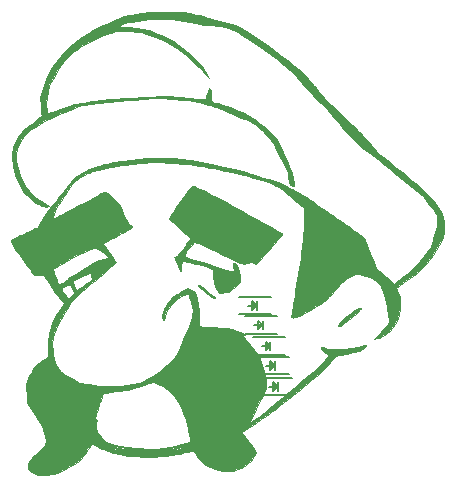
<source format=gto>
%TF.GenerationSoftware,KiCad,Pcbnew,4.0.5+dfsg1-4*%
%TF.CreationDate,2020-02-08T14:12:35-08:00*%
%TF.ProjectId,SpangSimple,5370616E6753696D706C652E6B696361,rev?*%
%TF.FileFunction,Legend,Top*%
%FSLAX46Y46*%
G04 Gerber Fmt 4.6, Leading zero omitted, Abs format (unit mm)*
G04 Created by KiCad (PCBNEW 4.0.5+dfsg1-4) date Sat Feb  8 14:12:35 2020*
%MOMM*%
%LPD*%
G01*
G04 APERTURE LIST*
%ADD10C,0.100000*%
%ADD11C,0.200000*%
%ADD12C,0.010000*%
%ADD13C,0.150000*%
G04 APERTURE END LIST*
D10*
D11*
X146910000Y-118410000D02*
X148380000Y-118290000D01*
X145660000Y-118350000D02*
X146910000Y-118410000D01*
X144790000Y-118260000D02*
X145660000Y-118350000D01*
X143780000Y-118100000D02*
X144790000Y-118260000D01*
X143050000Y-117840000D02*
X143780000Y-118100000D01*
X142390000Y-117030000D02*
X143050000Y-117840000D01*
X142190000Y-116600000D02*
X142390000Y-117030000D01*
X142290000Y-117090000D02*
X142190000Y-116600000D01*
X142570000Y-117510000D02*
X142290000Y-117090000D01*
X142940000Y-117890000D02*
X142570000Y-117510000D01*
X143740000Y-118240000D02*
X142940000Y-117890000D01*
X144540000Y-118390000D02*
X143740000Y-118240000D01*
X146750000Y-118470000D02*
X144540000Y-118390000D01*
X148520000Y-118250000D02*
X146750000Y-118470000D01*
X150160000Y-117830000D02*
X148520000Y-118250000D01*
X150380000Y-117600000D02*
X150160000Y-117830000D01*
X150400000Y-117670000D02*
X150380000Y-117600000D01*
X150310000Y-117910000D02*
X150400000Y-117670000D01*
X148660000Y-118400000D02*
X150310000Y-117910000D01*
X147010000Y-118610000D02*
X148660000Y-118400000D01*
X145420000Y-118590000D02*
X147010000Y-118610000D01*
X143940000Y-118450000D02*
X145420000Y-118590000D01*
X142760000Y-117920000D02*
X143940000Y-118450000D01*
X142360000Y-117380000D02*
X142760000Y-117920000D01*
X142210000Y-116990000D02*
X142360000Y-117380000D01*
X142200000Y-116620000D02*
X142210000Y-116990000D01*
X142220000Y-116210000D02*
X142200000Y-116620000D01*
X142260000Y-115840000D02*
X142220000Y-116210000D01*
X142140000Y-115810000D02*
X142260000Y-115840000D01*
X142050000Y-116440000D02*
X142140000Y-115810000D01*
X142070000Y-117070000D02*
X142050000Y-116440000D01*
X142370000Y-117530000D02*
X142070000Y-117070000D01*
X142640000Y-118010000D02*
X142370000Y-117580000D01*
X143230000Y-118340000D02*
X142640000Y-118010000D01*
X144390000Y-118630000D02*
X143230000Y-118340000D01*
X145530000Y-118740000D02*
X144390000Y-118630000D01*
X146940000Y-118730000D02*
X145530000Y-118740000D01*
X149090000Y-118470000D02*
X146940000Y-118730000D01*
X150270000Y-118080000D02*
X149090000Y-118470000D01*
D12*
G36*
X148064176Y-81282238D02*
X148416335Y-81288901D01*
X148765397Y-81299060D01*
X149083656Y-81311915D01*
X149330834Y-81325804D01*
X149488384Y-81336923D01*
X149628981Y-81348565D01*
X149761830Y-81362660D01*
X149896138Y-81381137D01*
X150041111Y-81405924D01*
X150205955Y-81438952D01*
X150399878Y-81482150D01*
X150632085Y-81537446D01*
X150911784Y-81606770D01*
X151248179Y-81692051D01*
X151650478Y-81795219D01*
X151997834Y-81884679D01*
X153987500Y-82397489D01*
X154622500Y-82761960D01*
X155347557Y-83198980D01*
X156119982Y-83704828D01*
X156938800Y-84278824D01*
X157803035Y-84920288D01*
X158538013Y-85490702D01*
X158896866Y-85776248D01*
X159199028Y-86022221D01*
X159455750Y-86239567D01*
X159678281Y-86439235D01*
X159877873Y-86632172D01*
X160065775Y-86829325D01*
X160253239Y-87041642D01*
X160451514Y-87280070D01*
X160671852Y-87555557D01*
X160710899Y-87605067D01*
X160887874Y-87829730D01*
X161039415Y-88020916D01*
X161173147Y-88186728D01*
X161296699Y-88335270D01*
X161417698Y-88474644D01*
X161543772Y-88612952D01*
X161682547Y-88758298D01*
X161841650Y-88918785D01*
X162028711Y-89102516D01*
X162251354Y-89317592D01*
X162517209Y-89572118D01*
X162833901Y-89874197D01*
X162960060Y-89994464D01*
X163395061Y-90409918D01*
X163773405Y-90773069D01*
X164100401Y-91089308D01*
X164381356Y-91364029D01*
X164621579Y-91602626D01*
X164826376Y-91810490D01*
X165001057Y-91993014D01*
X165150928Y-92155592D01*
X165281298Y-92303616D01*
X165397473Y-92442480D01*
X165504763Y-92577575D01*
X165513346Y-92588672D01*
X165660692Y-92771500D01*
X165819578Y-92951119D01*
X165998035Y-93134823D01*
X166204094Y-93329906D01*
X166445787Y-93543664D01*
X166731145Y-93783390D01*
X167068200Y-94056379D01*
X167464983Y-94369925D01*
X167534167Y-94424046D01*
X168249604Y-94992235D01*
X168890782Y-95520780D01*
X169458070Y-96010026D01*
X169951836Y-96460317D01*
X170372449Y-96871997D01*
X170720279Y-97245411D01*
X170995694Y-97580903D01*
X171145994Y-97793982D01*
X171337496Y-98117280D01*
X171477584Y-98427903D01*
X171574795Y-98751965D01*
X171637663Y-99115582D01*
X171663539Y-99377500D01*
X171679318Y-99599426D01*
X171685126Y-99763197D01*
X171678937Y-99894954D01*
X171658727Y-100020835D01*
X171622469Y-100166979D01*
X171594660Y-100266500D01*
X171458477Y-100649736D01*
X171261567Y-101065354D01*
X171013115Y-101497979D01*
X170722307Y-101932238D01*
X170398329Y-102352757D01*
X170231965Y-102547208D01*
X169850152Y-102953306D01*
X169449477Y-103328145D01*
X169011586Y-103687357D01*
X168518121Y-104046573D01*
X168288276Y-104202269D01*
X167603053Y-104657765D01*
X167709784Y-104896299D01*
X167814896Y-105135761D01*
X167888723Y-105319878D01*
X167936906Y-105469495D01*
X167965091Y-105605454D01*
X167978922Y-105748601D01*
X167983881Y-105908583D01*
X167964908Y-106425731D01*
X167888887Y-106889053D01*
X167751794Y-107310727D01*
X167549608Y-107702931D01*
X167278305Y-108077845D01*
X167260158Y-108099560D01*
X167092099Y-108287687D01*
X166933071Y-108434842D01*
X166751615Y-108567595D01*
X166576701Y-108676787D01*
X166338472Y-108810014D01*
X166148757Y-108894543D01*
X165992057Y-108937090D01*
X165967834Y-108940600D01*
X165756167Y-108967247D01*
X166315450Y-108405707D01*
X166535440Y-108179219D01*
X166715525Y-107982279D01*
X166848768Y-107822904D01*
X166928233Y-107709111D01*
X166942049Y-107681553D01*
X166972823Y-107579684D01*
X166987857Y-107452728D01*
X166986355Y-107290534D01*
X166967523Y-107082949D01*
X166930564Y-106819823D01*
X166874682Y-106491005D01*
X166829576Y-106246467D01*
X166750198Y-105845600D01*
X166674959Y-105513653D01*
X166599214Y-105235338D01*
X166518317Y-104995367D01*
X166427622Y-104778451D01*
X166322483Y-104569301D01*
X166316650Y-104558565D01*
X166211411Y-104375353D01*
X166118847Y-104244577D01*
X166017547Y-104141168D01*
X165886097Y-104040062D01*
X165855545Y-104018766D01*
X165642779Y-103897038D01*
X165371684Y-103779054D01*
X165068448Y-103673599D01*
X164759260Y-103589457D01*
X164470306Y-103535414D01*
X164386326Y-103525906D01*
X164105167Y-103500257D01*
X163622560Y-103773290D01*
X163437097Y-103880113D01*
X163291691Y-103971267D01*
X163168881Y-104061422D01*
X163051211Y-104165251D01*
X162921221Y-104297423D01*
X162761453Y-104472610D01*
X162675168Y-104569411D01*
X162495701Y-104773033D01*
X162314676Y-104981281D01*
X162149045Y-105174467D01*
X162015760Y-105332899D01*
X161972442Y-105385649D01*
X161882440Y-105490455D01*
X161783788Y-105590820D01*
X161667921Y-105692884D01*
X161526274Y-105802788D01*
X161350283Y-105926670D01*
X161131382Y-106070673D01*
X160861007Y-106240935D01*
X160530592Y-106443598D01*
X160311907Y-106576088D01*
X159997041Y-106756542D01*
X159692915Y-106912560D01*
X159412190Y-107038714D01*
X159167529Y-107129576D01*
X158971598Y-107179716D01*
X158884515Y-107188000D01*
X158791115Y-107178984D01*
X158755215Y-107134964D01*
X158750000Y-107059390D01*
X158756836Y-106992663D01*
X158776430Y-106851185D01*
X158807413Y-106643686D01*
X158848417Y-106378895D01*
X158898071Y-106065542D01*
X158955007Y-105712357D01*
X159017855Y-105328068D01*
X159085246Y-104921404D01*
X159086986Y-104910974D01*
X159162346Y-104457345D01*
X159239838Y-103987316D01*
X159316995Y-103516095D01*
X159391348Y-103058890D01*
X159460430Y-102630910D01*
X159521772Y-102247361D01*
X159572906Y-101923453D01*
X159596467Y-101771805D01*
X159768962Y-100652443D01*
X159778064Y-99276807D01*
X159787167Y-97901171D01*
X159342667Y-97501334D01*
X158999366Y-97199147D01*
X158658772Y-96911787D01*
X158331491Y-96647526D01*
X158028128Y-96414637D01*
X157759287Y-96221390D01*
X157535574Y-96076058D01*
X157458656Y-96031859D01*
X157277622Y-95942209D01*
X157046093Y-95840561D01*
X156794533Y-95739712D01*
X156564763Y-95656311D01*
X156261897Y-95557255D01*
X155912699Y-95449688D01*
X155533130Y-95337966D01*
X155139155Y-95226444D01*
X154746736Y-95119478D01*
X154371838Y-95021424D01*
X154030422Y-94936638D01*
X153738453Y-94869474D01*
X153521834Y-94826032D01*
X153353947Y-94795739D01*
X153117566Y-94752253D01*
X152827352Y-94698315D01*
X152497964Y-94636664D01*
X152144062Y-94570041D01*
X151780307Y-94501184D01*
X151595667Y-94466079D01*
X151209582Y-94392844D01*
X150889695Y-94333507D01*
X150619070Y-94285919D01*
X150380772Y-94247934D01*
X150157865Y-94217405D01*
X149933414Y-94192184D01*
X149690484Y-94170124D01*
X149412139Y-94149078D01*
X149081444Y-94126900D01*
X148757469Y-94106244D01*
X147337437Y-94016466D01*
X145794135Y-94146409D01*
X145386762Y-94180978D01*
X145049067Y-94210786D01*
X144766342Y-94237924D01*
X144523876Y-94264483D01*
X144306960Y-94292553D01*
X144100884Y-94324226D01*
X143890937Y-94361592D01*
X143662410Y-94406743D01*
X143400593Y-94461769D01*
X143090776Y-94528761D01*
X143065500Y-94534260D01*
X142718274Y-94610153D01*
X142440512Y-94672383D01*
X142218884Y-94724998D01*
X142040061Y-94772047D01*
X141890712Y-94817577D01*
X141757509Y-94865638D01*
X141627122Y-94920277D01*
X141486220Y-94985542D01*
X141329834Y-95061393D01*
X141078916Y-95188208D01*
X140864085Y-95308708D01*
X140675637Y-95432455D01*
X140503873Y-95569008D01*
X140339090Y-95727929D01*
X140171587Y-95918777D01*
X139991663Y-96151114D01*
X139789617Y-96434501D01*
X139555747Y-96778497D01*
X139494488Y-96870111D01*
X139224453Y-97281817D01*
X139007314Y-97628206D01*
X138842754Y-97909810D01*
X138730454Y-98127164D01*
X138697694Y-98202138D01*
X138624592Y-98403333D01*
X138576478Y-98577610D01*
X138555851Y-98711129D01*
X138565209Y-98790052D01*
X138588750Y-98805516D01*
X138640857Y-98786146D01*
X138758372Y-98731748D01*
X138932003Y-98647145D01*
X139152458Y-98537160D01*
X139410442Y-98406617D01*
X139696664Y-98260338D01*
X140001830Y-98103148D01*
X140316648Y-97939868D01*
X140631825Y-97775322D01*
X140938068Y-97614334D01*
X141226085Y-97461727D01*
X141486581Y-97322323D01*
X141710265Y-97200946D01*
X141887844Y-97102419D01*
X142010024Y-97031565D01*
X142028334Y-97020303D01*
X142281577Y-96863141D01*
X142476165Y-96746863D01*
X142624464Y-96666271D01*
X142738843Y-96616161D01*
X142831671Y-96591334D01*
X142915314Y-96586588D01*
X143002143Y-96596722D01*
X143025595Y-96600934D01*
X143105923Y-96620251D01*
X143181264Y-96651980D01*
X143263894Y-96705503D01*
X143366094Y-96790201D01*
X143500143Y-96915454D01*
X143678318Y-97090644D01*
X143716932Y-97129111D01*
X144209202Y-97620099D01*
X144478259Y-98315090D01*
X144602408Y-98625542D01*
X144709265Y-98866319D01*
X144805888Y-99048835D01*
X144899332Y-99184503D01*
X144996656Y-99284740D01*
X145104916Y-99360958D01*
X145135495Y-99378124D01*
X145230777Y-99435205D01*
X145283981Y-99478278D01*
X145288000Y-99486399D01*
X145275342Y-99516763D01*
X145233043Y-99558318D01*
X145154621Y-99614925D01*
X145033593Y-99690446D01*
X144863473Y-99788743D01*
X144637780Y-99913679D01*
X144350029Y-100069114D01*
X143993736Y-100258911D01*
X143969304Y-100271864D01*
X143681677Y-100424759D01*
X143418135Y-100565681D01*
X143188016Y-100689571D01*
X143000654Y-100791372D01*
X142865385Y-100866026D01*
X142791546Y-100908477D01*
X142780909Y-100915664D01*
X142793670Y-100958217D01*
X142852652Y-101048654D01*
X142947384Y-101171974D01*
X143022853Y-101262292D01*
X143133355Y-101396676D01*
X143262388Y-101563075D01*
X143400358Y-101747951D01*
X143537669Y-101937770D01*
X143664726Y-102118997D01*
X143771934Y-102278097D01*
X143849698Y-102401533D01*
X143888421Y-102475772D01*
X143891000Y-102486904D01*
X143879047Y-102510546D01*
X143840225Y-102554529D01*
X143770093Y-102622721D01*
X143664209Y-102718989D01*
X143518132Y-102847200D01*
X143327421Y-103011223D01*
X143087633Y-103214925D01*
X142794327Y-103462173D01*
X142443062Y-103756836D01*
X142176500Y-103979851D01*
X141734371Y-104351980D01*
X141353757Y-104678317D01*
X141028930Y-104964516D01*
X140754162Y-105216232D01*
X140523725Y-105439121D01*
X140331892Y-105638839D01*
X140172936Y-105821039D01*
X140041128Y-105991377D01*
X139930741Y-106155510D01*
X139870529Y-106256667D01*
X139745669Y-106473049D01*
X139598808Y-106722347D01*
X139452921Y-106965746D01*
X139381565Y-107082805D01*
X139177830Y-107418961D01*
X139015389Y-107699751D01*
X138887701Y-107939670D01*
X138788229Y-108153210D01*
X138710433Y-108354868D01*
X138647775Y-108559136D01*
X138593714Y-108780510D01*
X138573848Y-108873175D01*
X138456546Y-109436516D01*
X138525644Y-110037342D01*
X138556628Y-110290117D01*
X138586712Y-110482846D01*
X138621957Y-110639860D01*
X138668428Y-110785494D01*
X138732187Y-110944079D01*
X138776954Y-111045938D01*
X138903587Y-111305704D01*
X139037512Y-111523600D01*
X139191559Y-111711924D01*
X139378558Y-111882971D01*
X139611339Y-112049039D01*
X139902732Y-112222423D01*
X140135314Y-112347847D01*
X140798224Y-112695626D01*
X141635529Y-112850109D01*
X141919088Y-112901751D01*
X142146607Y-112940296D01*
X142339404Y-112967565D01*
X142518801Y-112985377D01*
X142706117Y-112995555D01*
X142922671Y-112999919D01*
X143189786Y-113000289D01*
X143383000Y-112999354D01*
X143789272Y-112993729D01*
X144134123Y-112981021D01*
X144440612Y-112959798D01*
X144731795Y-112928630D01*
X144907000Y-112904816D01*
X145232329Y-112855767D01*
X145493633Y-112809994D01*
X145710954Y-112760689D01*
X145904331Y-112701043D01*
X146093805Y-112624246D01*
X146299415Y-112523490D01*
X146541201Y-112391966D01*
X146728966Y-112285776D01*
X147045860Y-112100434D01*
X147311619Y-111932404D01*
X147552090Y-111763751D01*
X147793120Y-111576542D01*
X148003894Y-111401213D01*
X148204368Y-111227390D01*
X148395739Y-111055240D01*
X148562663Y-110899017D01*
X148689796Y-110772977D01*
X148744630Y-110713040D01*
X148888780Y-110513940D01*
X149047750Y-110243238D01*
X149216322Y-109911594D01*
X149389276Y-109529670D01*
X149561395Y-109108123D01*
X149664447Y-108834157D01*
X149723630Y-108696919D01*
X149809982Y-108525936D01*
X149903421Y-108360593D01*
X149997322Y-108183324D01*
X150083442Y-107971101D01*
X150168726Y-107705363D01*
X150226351Y-107497603D01*
X150305488Y-107188067D01*
X150359802Y-106942905D01*
X150390865Y-106746045D01*
X150400250Y-106581413D01*
X150389529Y-106432938D01*
X150360277Y-106284546D01*
X150349240Y-106241794D01*
X150315754Y-106126138D01*
X150266906Y-105968539D01*
X150209025Y-105788131D01*
X150148440Y-105604045D01*
X150091479Y-105435414D01*
X150044471Y-105301368D01*
X150013745Y-105221042D01*
X150007257Y-105207981D01*
X149961982Y-105207048D01*
X149861539Y-105226584D01*
X149730882Y-105259700D01*
X149594967Y-105299507D01*
X149478751Y-105339114D01*
X149407188Y-105371632D01*
X149402522Y-105374935D01*
X149059662Y-105652558D01*
X148782392Y-105901615D01*
X148561728Y-106133632D01*
X148388687Y-106360135D01*
X148254285Y-106592649D01*
X148149539Y-106842701D01*
X148078018Y-107074287D01*
X148029925Y-107248956D01*
X147996335Y-107353533D01*
X147969937Y-107399731D01*
X147943416Y-107399264D01*
X147909459Y-107363847D01*
X147902545Y-107355347D01*
X147834538Y-107205495D01*
X147828786Y-107006270D01*
X147883484Y-106763657D01*
X147996827Y-106483644D01*
X148167011Y-106172217D01*
X148337786Y-105911728D01*
X148467737Y-105728190D01*
X148570324Y-105594071D01*
X148664665Y-105491583D01*
X148769879Y-105402939D01*
X148905084Y-105310351D01*
X149089398Y-105196032D01*
X149140334Y-105165046D01*
X149338172Y-105046183D01*
X149526320Y-104935610D01*
X149684650Y-104844998D01*
X149793039Y-104786017D01*
X149800275Y-104782349D01*
X149973384Y-104695559D01*
X150249895Y-104824032D01*
X150407891Y-104904334D01*
X150510011Y-104978632D01*
X150580745Y-105067563D01*
X150616537Y-105132973D01*
X150670951Y-105259062D01*
X150703026Y-105366506D01*
X150706667Y-105397364D01*
X150715176Y-105467792D01*
X150738533Y-105603409D01*
X150773487Y-105786697D01*
X150816785Y-106000137D01*
X150832266Y-106073807D01*
X150881608Y-106312955D01*
X150915065Y-106500852D01*
X150934785Y-106664069D01*
X150942918Y-106829176D01*
X150941613Y-107022743D01*
X150933020Y-107271342D01*
X150931722Y-107303193D01*
X150905579Y-107940059D01*
X151240039Y-107965266D01*
X151406083Y-107976243D01*
X151630734Y-107988958D01*
X151887990Y-108002040D01*
X152151851Y-108014121D01*
X152230667Y-108017438D01*
X152774831Y-108053764D01*
X153288199Y-108115528D01*
X153756775Y-108200321D01*
X154166562Y-108305732D01*
X154421746Y-108394797D01*
X154629131Y-108482056D01*
X154771731Y-108551150D01*
X154845106Y-108599474D01*
X154844813Y-108624423D01*
X154818254Y-108627334D01*
X154750740Y-108641324D01*
X154660578Y-108671285D01*
X154544977Y-108715236D01*
X154697092Y-108872368D01*
X154810740Y-108996013D01*
X154955973Y-109163348D01*
X155122877Y-109361982D01*
X155301536Y-109579524D01*
X155482035Y-109803580D01*
X155654459Y-110021759D01*
X155808892Y-110221670D01*
X155935420Y-110390920D01*
X156024127Y-110517118D01*
X156059165Y-110574667D01*
X156122702Y-110722539D01*
X156197752Y-110935080D01*
X156279277Y-111193927D01*
X156362242Y-111480715D01*
X156441609Y-111777079D01*
X156512343Y-112064657D01*
X156569405Y-112325083D01*
X156607761Y-112539994D01*
X156616468Y-112606667D01*
X156615284Y-112877188D01*
X156561316Y-113187788D01*
X156460200Y-113517260D01*
X156317572Y-113844400D01*
X156257675Y-113956583D01*
X156163551Y-114129117D01*
X156045773Y-114352865D01*
X155917341Y-114602720D01*
X155791255Y-114853573D01*
X155751049Y-114935000D01*
X155634089Y-115170989D01*
X155515920Y-115405679D01*
X155407703Y-115617151D01*
X155320600Y-115783481D01*
X155293205Y-115834228D01*
X155221610Y-115972016D01*
X155173158Y-116079287D01*
X155156428Y-116136639D01*
X155157775Y-116140553D01*
X155202877Y-116129498D01*
X155302397Y-116073935D01*
X155444651Y-115982259D01*
X155617953Y-115862866D01*
X155810620Y-115724152D01*
X156010967Y-115574513D01*
X156207309Y-115422346D01*
X156387963Y-115276047D01*
X156527500Y-115156315D01*
X156666652Y-115035438D01*
X156860139Y-114871841D01*
X157095971Y-114675428D01*
X157362156Y-114456106D01*
X157646706Y-114223778D01*
X157937629Y-113988350D01*
X158072667Y-113879837D01*
X158536460Y-113505030D01*
X158990520Y-113132289D01*
X159428797Y-112766898D01*
X159845245Y-112414141D01*
X160233816Y-112079301D01*
X160588461Y-111767663D01*
X160903133Y-111484509D01*
X161171784Y-111235125D01*
X161388367Y-111024793D01*
X161546833Y-110858798D01*
X161596917Y-110800769D01*
X161714541Y-110653680D01*
X161808655Y-110528159D01*
X161867917Y-110439825D01*
X161882667Y-110407295D01*
X161849463Y-110363547D01*
X161761799Y-110290567D01*
X161637593Y-110203050D01*
X161618084Y-110190329D01*
X161433783Y-110052832D01*
X161307099Y-109918755D01*
X161275878Y-109868825D01*
X161230830Y-109746237D01*
X161241440Y-109672880D01*
X161303320Y-109657454D01*
X161369626Y-109682969D01*
X161454819Y-109719543D01*
X161591009Y-109768845D01*
X161740225Y-109817513D01*
X161863793Y-109852639D01*
X161977690Y-109875378D01*
X162102471Y-109887101D01*
X162258696Y-109889182D01*
X162466920Y-109882992D01*
X162619137Y-109876175D01*
X163202104Y-109831551D01*
X163816541Y-109754213D01*
X164418588Y-109650096D01*
X164649990Y-109601418D01*
X164877469Y-109556387D01*
X165026239Y-109540879D01*
X165097275Y-109555802D01*
X165091553Y-109602063D01*
X165010046Y-109680571D01*
X164854466Y-109791744D01*
X164723700Y-109874938D01*
X164604318Y-109939097D01*
X164475870Y-109991903D01*
X164317901Y-110041038D01*
X164109959Y-110094186D01*
X163947684Y-110132357D01*
X163693613Y-110188655D01*
X163431841Y-110242474D01*
X163190945Y-110288190D01*
X162999501Y-110320177D01*
X162977269Y-110323380D01*
X162790688Y-110352788D01*
X162661146Y-110385289D01*
X162561342Y-110431392D01*
X162463972Y-110501603D01*
X162421247Y-110537374D01*
X162314732Y-110642270D01*
X162181118Y-110793789D01*
X162040586Y-110968318D01*
X161955645Y-111082146D01*
X161763145Y-111324242D01*
X161526787Y-111582914D01*
X161268744Y-111836423D01*
X161011191Y-112063031D01*
X160776302Y-112240998D01*
X160767638Y-112246834D01*
X160669129Y-112317725D01*
X160521718Y-112430015D01*
X160341662Y-112571038D01*
X160145217Y-112728126D01*
X160034420Y-112818138D01*
X159809308Y-113000920D01*
X159530024Y-113225748D01*
X159209174Y-113482621D01*
X158859362Y-113761535D01*
X158493194Y-114052487D01*
X158123275Y-114345473D01*
X157762211Y-114630490D01*
X157422606Y-114897535D01*
X157117066Y-115136606D01*
X156908500Y-115298777D01*
X156581510Y-115544871D01*
X156215598Y-115808044D01*
X155833139Y-116072979D01*
X155456505Y-116324360D01*
X155108069Y-116546870D01*
X154907486Y-116668657D01*
X154764033Y-116756025D01*
X154650411Y-116830013D01*
X154585274Y-116878299D01*
X154577522Y-116886612D01*
X154594378Y-116930593D01*
X154655012Y-117030006D01*
X154751592Y-117173166D01*
X154876287Y-117348389D01*
X154992486Y-117505751D01*
X155150934Y-117717509D01*
X155304879Y-117924079D01*
X155441477Y-118108167D01*
X155547884Y-118252479D01*
X155592618Y-118313780D01*
X155755503Y-118538726D01*
X155579257Y-118894404D01*
X155439242Y-119149984D01*
X155290709Y-119356641D01*
X155116830Y-119530112D01*
X154900777Y-119686130D01*
X154625725Y-119840432D01*
X154501415Y-119902288D01*
X154184060Y-120047709D01*
X153911791Y-120148426D01*
X153663231Y-120206373D01*
X153417006Y-120223486D01*
X153151738Y-120201699D01*
X152846054Y-120142948D01*
X152579306Y-120076295D01*
X152300864Y-119997690D01*
X152074418Y-119920631D01*
X151868477Y-119832568D01*
X151651554Y-119720951D01*
X151560703Y-119670321D01*
X151361517Y-119554962D01*
X151216942Y-119461375D01*
X151106439Y-119372332D01*
X151009470Y-119270605D01*
X150905496Y-119138966D01*
X150869407Y-119090443D01*
X150753942Y-118930354D01*
X150649357Y-118778808D01*
X150572258Y-118660114D01*
X150551907Y-118625621D01*
X150500922Y-118543008D01*
X150449023Y-118505090D01*
X150366328Y-118500078D01*
X150262167Y-118511311D01*
X150151616Y-118528911D01*
X149976545Y-118561416D01*
X149755061Y-118605259D01*
X149505271Y-118656869D01*
X149288500Y-118703247D01*
X149000354Y-118763561D01*
X148742932Y-118811248D01*
X148493567Y-118849351D01*
X148229587Y-118880913D01*
X147928324Y-118908979D01*
X147567108Y-118936591D01*
X147531667Y-118939102D01*
X147200952Y-118961689D01*
X146932331Y-118977361D01*
X146703525Y-118986093D01*
X146492259Y-118987859D01*
X146276255Y-118982635D01*
X146033236Y-118970395D01*
X145740926Y-118951114D01*
X145542000Y-118936839D01*
X144838557Y-118871152D01*
X144212974Y-118781767D01*
X143661576Y-118667799D01*
X143180688Y-118528367D01*
X142766635Y-118362588D01*
X142457386Y-118195912D01*
X142294191Y-118096354D01*
X142142324Y-118006371D01*
X142027687Y-117941228D01*
X142002538Y-117927834D01*
X141870910Y-117859985D01*
X141479703Y-118440076D01*
X141285150Y-118718516D01*
X141106563Y-118947087D01*
X140927211Y-119141444D01*
X140730361Y-119317241D01*
X140499284Y-119490134D01*
X140217248Y-119675779D01*
X140045159Y-119782391D01*
X139727466Y-119968439D01*
X139443438Y-120114309D01*
X139161569Y-120233875D01*
X138850353Y-120341009D01*
X138620500Y-120409663D01*
X138394858Y-120463002D01*
X138138988Y-120505491D01*
X137875428Y-120535161D01*
X137626717Y-120550041D01*
X137415395Y-120548162D01*
X137265834Y-120528042D01*
X137109308Y-120468292D01*
X136922392Y-120370488D01*
X136737145Y-120253748D01*
X136585624Y-120137190D01*
X136544398Y-120097802D01*
X136445524Y-119936793D01*
X136423408Y-119740980D01*
X136478091Y-119511384D01*
X136515802Y-119422334D01*
X136553563Y-119342311D01*
X136588736Y-119276141D01*
X136630523Y-119213925D01*
X136688127Y-119145768D01*
X136770749Y-119061772D01*
X136887591Y-118952042D01*
X137047856Y-118806680D01*
X137260746Y-118615790D01*
X137290616Y-118589041D01*
X137496408Y-118403601D01*
X137648076Y-118262648D01*
X137755265Y-118154974D01*
X137827622Y-118069370D01*
X137874792Y-117994630D01*
X137906420Y-117919546D01*
X137927879Y-117848573D01*
X137950871Y-117759377D01*
X137963186Y-117681420D01*
X137962851Y-117598052D01*
X137947892Y-117492622D01*
X137916335Y-117348482D01*
X137866207Y-117148980D01*
X137827116Y-116998547D01*
X137726080Y-116611158D01*
X142020632Y-116611158D01*
X142022476Y-116811542D01*
X142031784Y-116954690D01*
X142054214Y-117068016D01*
X142095423Y-117178930D01*
X142161070Y-117314845D01*
X142169174Y-117330824D01*
X142346515Y-117608680D01*
X142584569Y-117877715D01*
X142860675Y-118114350D01*
X143032992Y-118229665D01*
X143244579Y-118332693D01*
X143531312Y-118435264D01*
X143883705Y-118534506D01*
X144292273Y-118627545D01*
X144449309Y-118658592D01*
X144628318Y-118691816D01*
X144784669Y-118717840D01*
X144932800Y-118737651D01*
X145087148Y-118752232D01*
X145262151Y-118762568D01*
X145472246Y-118769645D01*
X145731871Y-118774446D01*
X146055463Y-118777958D01*
X146219334Y-118779328D01*
X146532107Y-118780969D01*
X146784292Y-118779135D01*
X146998715Y-118772077D01*
X147198204Y-118758047D01*
X147405585Y-118735296D01*
X147643685Y-118702076D01*
X147935329Y-118656637D01*
X148039667Y-118639879D01*
X148380291Y-118580513D01*
X148721624Y-118512861D01*
X149053529Y-118439689D01*
X149365870Y-118363761D01*
X149648509Y-118287845D01*
X149891309Y-118214706D01*
X150084133Y-118147110D01*
X150216844Y-118087822D01*
X150279306Y-118039608D01*
X150282832Y-118027865D01*
X150273392Y-117964839D01*
X150247758Y-117835860D01*
X150209394Y-117657324D01*
X150161765Y-117445631D01*
X150139184Y-117348000D01*
X150078055Y-117079452D01*
X150014849Y-116790897D01*
X149956674Y-116515421D01*
X149910639Y-116286111D01*
X149907264Y-116268500D01*
X149786021Y-115770104D01*
X149610923Y-115276861D01*
X149375195Y-114771954D01*
X149124076Y-114324354D01*
X148988950Y-114100739D01*
X148882297Y-113932813D01*
X148789554Y-113803352D01*
X148696158Y-113695132D01*
X148587546Y-113590928D01*
X148449156Y-113473516D01*
X148307986Y-113359123D01*
X148056170Y-113164887D01*
X147836550Y-113016502D01*
X147623625Y-112897858D01*
X147451455Y-112818042D01*
X147053744Y-112646338D01*
X146668289Y-112758664D01*
X146476963Y-112817204D01*
X146236120Y-112894989D01*
X145975743Y-112982139D01*
X145725814Y-113068777D01*
X145711334Y-113073911D01*
X145400990Y-113176583D01*
X145125449Y-113252897D01*
X144902392Y-113298133D01*
X144843500Y-113305420D01*
X144712980Y-113319911D01*
X144529764Y-113342846D01*
X144307734Y-113372231D01*
X144060769Y-113406070D01*
X143802750Y-113442366D01*
X143547556Y-113479125D01*
X143309069Y-113514351D01*
X143101169Y-113546048D01*
X142937735Y-113572220D01*
X142832649Y-113590872D01*
X142799607Y-113599282D01*
X142782225Y-113641756D01*
X142741726Y-113752378D01*
X142682360Y-113919177D01*
X142608377Y-114130178D01*
X142524025Y-114373410D01*
X142496205Y-114454154D01*
X142341565Y-114920000D01*
X142220948Y-115322760D01*
X142131463Y-115675545D01*
X142070218Y-115991467D01*
X142034324Y-116283637D01*
X142020890Y-116565164D01*
X142020632Y-116611158D01*
X137726080Y-116611158D01*
X137664206Y-116373927D01*
X137032976Y-115403419D01*
X136401745Y-114432912D01*
X136357539Y-114002137D01*
X136326582Y-113614059D01*
X136314641Y-113250256D01*
X136321476Y-112926000D01*
X136346843Y-112656566D01*
X136381607Y-112486182D01*
X136431325Y-112356522D01*
X136516649Y-112179234D01*
X136625948Y-111976957D01*
X136747591Y-111772331D01*
X136751697Y-111765775D01*
X136886884Y-111555430D01*
X136998585Y-111398144D01*
X137104849Y-111273200D01*
X137223730Y-111159878D01*
X137373278Y-111037463D01*
X137413674Y-111006026D01*
X137583366Y-110878223D01*
X137748720Y-110759709D01*
X137886177Y-110667090D01*
X137947323Y-110629807D01*
X138120813Y-110532279D01*
X138145494Y-109717390D01*
X138155062Y-109427433D01*
X138165569Y-109202365D01*
X138179613Y-109022426D01*
X138199793Y-108867854D01*
X138228705Y-108718888D01*
X138268947Y-108555767D01*
X138323117Y-108358731D01*
X138324963Y-108352167D01*
X138426607Y-107993997D01*
X138511164Y-107706454D01*
X138583245Y-107478328D01*
X138647458Y-107298405D01*
X138708414Y-107155474D01*
X138770722Y-107038324D01*
X138838991Y-106935742D01*
X138917831Y-106836515D01*
X138975310Y-106770334D01*
X139115136Y-106597738D01*
X139252601Y-106403364D01*
X139361209Y-106225069D01*
X139374319Y-106200210D01*
X139520002Y-105915825D01*
X139366585Y-105803997D01*
X139170893Y-105630751D01*
X138955376Y-105383995D01*
X138725575Y-105070994D01*
X138487034Y-104699015D01*
X138481842Y-104690165D01*
X139276667Y-104690165D01*
X139301666Y-104789877D01*
X139367419Y-104930305D01*
X139460057Y-105087474D01*
X139565714Y-105237407D01*
X139650179Y-105335917D01*
X139751717Y-105438027D01*
X139828686Y-105510406D01*
X139863746Y-105537000D01*
X139905954Y-105513737D01*
X139988771Y-105455565D01*
X140021136Y-105431264D01*
X140137067Y-105328191D01*
X140237731Y-105215574D01*
X140247335Y-105202544D01*
X140334907Y-105079561D01*
X139999147Y-104349355D01*
X139860157Y-104407853D01*
X139623194Y-104508722D01*
X139455682Y-104583022D01*
X139348314Y-104635257D01*
X139291781Y-104669930D01*
X139276667Y-104690165D01*
X138481842Y-104690165D01*
X138364931Y-104490924D01*
X138236392Y-104270888D01*
X138111147Y-104066035D01*
X137999495Y-103892528D01*
X137911732Y-103766531D01*
X137872452Y-103717852D01*
X137737066Y-103570871D01*
X137338896Y-103576440D01*
X136940725Y-103582009D01*
X136743446Y-103305266D01*
X136661774Y-103191958D01*
X136602903Y-103111078D01*
X138563410Y-103111078D01*
X138751497Y-103636122D01*
X138825421Y-103841131D01*
X138892340Y-104024249D01*
X138945433Y-104166980D01*
X138977880Y-104250825D01*
X138980218Y-104256417D01*
X139052580Y-104334652D01*
X139170847Y-104345194D01*
X139330306Y-104288218D01*
X139415091Y-104240073D01*
X139483073Y-104190476D01*
X140250334Y-104190476D01*
X140267073Y-104277659D01*
X140310492Y-104403665D01*
X140370393Y-104546410D01*
X140436580Y-104683813D01*
X140498856Y-104793791D01*
X140547023Y-104854261D01*
X140559351Y-104859667D01*
X140605848Y-104836956D01*
X140708273Y-104774589D01*
X140853023Y-104681216D01*
X141026492Y-104565486D01*
X141090272Y-104522121D01*
X141283147Y-104388811D01*
X141463141Y-104261626D01*
X141612415Y-104153358D01*
X141713132Y-104076799D01*
X141726772Y-104065673D01*
X141869198Y-103946771D01*
X141815795Y-103708139D01*
X141781954Y-103570070D01*
X141750655Y-103464137D01*
X141734294Y-103424046D01*
X141686673Y-103421978D01*
X141578120Y-103450766D01*
X141423828Y-103504207D01*
X141238991Y-103576099D01*
X141038802Y-103660237D01*
X140838456Y-103750419D01*
X140653144Y-103840441D01*
X140498060Y-103924101D01*
X140472584Y-103939176D01*
X140344081Y-104023838D01*
X140275976Y-104092243D01*
X140251613Y-104163226D01*
X140250334Y-104190476D01*
X139483073Y-104190476D01*
X139552001Y-104140190D01*
X139678883Y-104024658D01*
X139711801Y-103988336D01*
X139805781Y-103904352D01*
X139961315Y-103797226D01*
X140162279Y-103677503D01*
X140304467Y-103600613D01*
X140508507Y-103488906D01*
X140757232Y-103344484D01*
X141025446Y-103182436D01*
X141287955Y-103017851D01*
X141414500Y-102935840D01*
X141707766Y-102745651D01*
X141946358Y-102597968D01*
X142144389Y-102485934D01*
X142315973Y-102402695D01*
X142475223Y-102341392D01*
X142636254Y-102295170D01*
X142810476Y-102257690D01*
X142972363Y-102222861D01*
X143102498Y-102187738D01*
X143177831Y-102158739D01*
X143185285Y-102153315D01*
X143185728Y-102097880D01*
X143131251Y-102004721D01*
X143034283Y-101887427D01*
X142907254Y-101759583D01*
X142762591Y-101634776D01*
X142612724Y-101526593D01*
X142610903Y-101525424D01*
X142382627Y-101400625D01*
X142175127Y-101336096D01*
X142123074Y-101328109D01*
X142049966Y-101320442D01*
X141983352Y-101320070D01*
X141911818Y-101331262D01*
X141823950Y-101358283D01*
X141708332Y-101405399D01*
X141553551Y-101476878D01*
X141348190Y-101576984D01*
X141080836Y-101709985D01*
X141019824Y-101740458D01*
X140460052Y-102021725D01*
X139976838Y-102268038D01*
X139569734Y-102479637D01*
X139238291Y-102656762D01*
X138982063Y-102799654D01*
X138800601Y-102908552D01*
X138693458Y-102983698D01*
X138676622Y-102998816D01*
X138563410Y-103111078D01*
X136602903Y-103111078D01*
X136539595Y-103024104D01*
X136386790Y-102815197D01*
X136213239Y-102578731D01*
X136028824Y-102328199D01*
X135917022Y-102176678D01*
X135682413Y-101851500D01*
X135474710Y-101548628D01*
X135298686Y-101275917D01*
X135159119Y-101041221D01*
X135060782Y-100852396D01*
X135008450Y-100717294D01*
X135001000Y-100669953D01*
X135038388Y-100621297D01*
X135143038Y-100547316D01*
X135303675Y-100454321D01*
X135509026Y-100348620D01*
X135747820Y-100236526D01*
X135875842Y-100180223D01*
X136111138Y-100077079D01*
X136383724Y-99954614D01*
X136654699Y-99830429D01*
X136825984Y-99750297D01*
X137033842Y-99649876D01*
X137178493Y-99573231D01*
X137274397Y-99510421D01*
X137336008Y-99451503D01*
X137377786Y-99386537D01*
X137389294Y-99362916D01*
X137480198Y-99184567D01*
X137604430Y-98964904D01*
X137750320Y-98722304D01*
X137906198Y-98475147D01*
X138060393Y-98241811D01*
X138201234Y-98040675D01*
X138317050Y-97890117D01*
X138345334Y-97857379D01*
X138599340Y-97565818D01*
X138874769Y-97230692D01*
X139179511Y-96842180D01*
X139487926Y-96435334D01*
X139709883Y-96141198D01*
X139893749Y-95905189D01*
X140050235Y-95716249D01*
X140190050Y-95563318D01*
X140323906Y-95435337D01*
X140462514Y-95321246D01*
X140616584Y-95209986D01*
X140779500Y-95101716D01*
X141047392Y-94938253D01*
X141324589Y-94792024D01*
X141637428Y-94649943D01*
X141922500Y-94533828D01*
X142143606Y-94448480D01*
X142335927Y-94378683D01*
X142516431Y-94319864D01*
X142702087Y-94267450D01*
X142909864Y-94216868D01*
X143156731Y-94163544D01*
X143459658Y-94102905D01*
X143679334Y-94060348D01*
X144423955Y-93927939D01*
X145128720Y-93826584D01*
X145819572Y-93753918D01*
X146522455Y-93707578D01*
X147263315Y-93685199D01*
X147824987Y-93682552D01*
X148184650Y-93684730D01*
X148478758Y-93688726D01*
X148726424Y-93695859D01*
X148946758Y-93707449D01*
X149158872Y-93724813D01*
X149381876Y-93749269D01*
X149634884Y-93782137D01*
X149937004Y-93824735D01*
X149983987Y-93831504D01*
X150282372Y-93877978D01*
X150645315Y-93940083D01*
X151054870Y-94014449D01*
X151493090Y-94097704D01*
X151942027Y-94186474D01*
X152383735Y-94277389D01*
X152585802Y-94320345D01*
X153074020Y-94426692D01*
X153496807Y-94522229D01*
X153871989Y-94611539D01*
X154217391Y-94699204D01*
X154550837Y-94789808D01*
X154890153Y-94887934D01*
X155253164Y-94998165D01*
X155400969Y-95044161D01*
X155931480Y-95210223D01*
X156387604Y-95353314D01*
X156775777Y-95475674D01*
X157102439Y-95579544D01*
X157374026Y-95667164D01*
X157596978Y-95740774D01*
X157777732Y-95802615D01*
X157922726Y-95854926D01*
X158038398Y-95899948D01*
X158131187Y-95939922D01*
X158207530Y-95977086D01*
X158273865Y-96013683D01*
X158336630Y-96051951D01*
X158383565Y-96082017D01*
X158556342Y-96184892D01*
X158771528Y-96300316D01*
X158992976Y-96409259D01*
X159082520Y-96449989D01*
X159296649Y-96554420D01*
X159531442Y-96689655D01*
X159799976Y-96863831D01*
X160115326Y-97085086D01*
X160189334Y-97138738D01*
X160377740Y-97274154D01*
X160624596Y-97448766D01*
X160918164Y-97654419D01*
X161246705Y-97882960D01*
X161598480Y-98126234D01*
X161961753Y-98376084D01*
X162324784Y-98624358D01*
X162475334Y-98726862D01*
X162944984Y-99046001D01*
X163349893Y-99321165D01*
X163695086Y-99556347D01*
X163985587Y-99755543D01*
X164226420Y-99922747D01*
X164422609Y-100061956D01*
X164579178Y-100177164D01*
X164701153Y-100272366D01*
X164793557Y-100351557D01*
X164861414Y-100418732D01*
X164909750Y-100477887D01*
X164943588Y-100533016D01*
X164967952Y-100588114D01*
X164987867Y-100647177D01*
X165008358Y-100714200D01*
X165019774Y-100750070D01*
X165066765Y-100881827D01*
X165139752Y-101072112D01*
X165231128Y-101301740D01*
X165333285Y-101551527D01*
X165415620Y-101748167D01*
X165524967Y-102007609D01*
X165634035Y-102268483D01*
X165733969Y-102509463D01*
X165815915Y-102709225D01*
X165858771Y-102815468D01*
X165931000Y-102988552D01*
X165991328Y-103103300D01*
X166055491Y-103181402D01*
X166139229Y-103244548D01*
X166194191Y-103277779D01*
X166307889Y-103354189D01*
X166473336Y-103479545D01*
X166680086Y-103645343D01*
X166917697Y-103843079D01*
X167175722Y-104064250D01*
X167374835Y-104239043D01*
X167469504Y-104323000D01*
X167874013Y-104045257D01*
X168313429Y-103713539D01*
X168765469Y-103316062D01*
X169215535Y-102867238D01*
X169649027Y-102381479D01*
X169985830Y-101960506D01*
X170532494Y-101240167D01*
X170740374Y-100584000D01*
X170863708Y-100167015D01*
X170963154Y-99773304D01*
X171037315Y-99412141D01*
X171084792Y-99092799D01*
X171104188Y-98824552D01*
X171094103Y-98616674D01*
X171056788Y-98485163D01*
X171012181Y-98415576D01*
X170923943Y-98291263D01*
X170800806Y-98124032D01*
X170651500Y-97925690D01*
X170484756Y-97708044D01*
X170427538Y-97634185D01*
X169862500Y-96906869D01*
X167816041Y-95229975D01*
X167447177Y-94928601D01*
X167090584Y-94638933D01*
X166752842Y-94366208D01*
X166440531Y-94115663D01*
X166160232Y-93892535D01*
X165918525Y-93702060D01*
X165721992Y-93549477D01*
X165577211Y-93440021D01*
X165490763Y-93378929D01*
X165487708Y-93376999D01*
X165253521Y-93213844D01*
X164977435Y-92993061D01*
X164669176Y-92724126D01*
X164338470Y-92416519D01*
X163995044Y-92079716D01*
X163648623Y-91723195D01*
X163308933Y-91356435D01*
X162985702Y-90988912D01*
X162761444Y-90720334D01*
X162470186Y-90374030D01*
X162127826Y-89986635D01*
X161747343Y-89572390D01*
X161341718Y-89145535D01*
X161102224Y-88900000D01*
X160774895Y-88566728D01*
X160499728Y-88284072D01*
X160268665Y-88043138D01*
X160073649Y-87835028D01*
X159906620Y-87650848D01*
X159759519Y-87481700D01*
X159624290Y-87318689D01*
X159492872Y-87152919D01*
X159357208Y-86975493D01*
X159348732Y-86964249D01*
X159244685Y-86830867D01*
X159137811Y-86705728D01*
X159018591Y-86579989D01*
X158877502Y-86444806D01*
X158705025Y-86291335D01*
X158491640Y-86110733D01*
X158227826Y-85894157D01*
X157988000Y-85700266D01*
X157499027Y-85316259D01*
X156958478Y-84908737D01*
X156386197Y-84491764D01*
X155802025Y-84079401D01*
X155225804Y-83685713D01*
X154677374Y-83324762D01*
X154299611Y-83086084D01*
X154062722Y-82958703D01*
X153769205Y-82829881D01*
X153446343Y-82709464D01*
X153121419Y-82607298D01*
X152821715Y-82533232D01*
X152712509Y-82513281D01*
X152557708Y-82492324D01*
X152345215Y-82468474D01*
X152101814Y-82444519D01*
X151854289Y-82423248D01*
X151828500Y-82421234D01*
X151372241Y-82380184D01*
X150972822Y-82330488D01*
X150602529Y-82267843D01*
X150233647Y-82187947D01*
X150076475Y-82149229D01*
X149645592Y-82055913D01*
X149159902Y-81978209D01*
X148648381Y-81919522D01*
X148140002Y-81883255D01*
X147722167Y-81872591D01*
X147238987Y-81885175D01*
X146717508Y-81921112D01*
X146184301Y-81977316D01*
X145665938Y-82050697D01*
X145188991Y-82138169D01*
X144930087Y-82197041D01*
X144631837Y-82276217D01*
X144398621Y-82348734D01*
X144233305Y-82412847D01*
X144138749Y-82466815D01*
X144117819Y-82508894D01*
X144173375Y-82537341D01*
X144308282Y-82550413D01*
X144348582Y-82551051D01*
X144445481Y-82556976D01*
X144612082Y-82573064D01*
X144834244Y-82597698D01*
X145097823Y-82629260D01*
X145388680Y-82666132D01*
X145605500Y-82694851D01*
X146663834Y-82837599D01*
X147625243Y-83259895D01*
X147931387Y-83395150D01*
X148176322Y-83506417D01*
X148376685Y-83602999D01*
X148549114Y-83694201D01*
X148710245Y-83789326D01*
X148876716Y-83897679D01*
X149065165Y-84028563D01*
X149292227Y-84191283D01*
X149297410Y-84195022D01*
X149814671Y-84588403D01*
X150289204Y-84989582D01*
X150544710Y-85227011D01*
X150753683Y-85432041D01*
X150916003Y-85600469D01*
X151047936Y-85752352D01*
X151165745Y-85907746D01*
X151285694Y-86086707D01*
X151424048Y-86309290D01*
X151429149Y-86317667D01*
X151777044Y-86889167D01*
X151083105Y-86173517D01*
X150430927Y-85534078D01*
X149788671Y-84972737D01*
X149149333Y-84484636D01*
X148505906Y-84064915D01*
X147851385Y-83708716D01*
X147178764Y-83411181D01*
X147003413Y-83344077D01*
X146711577Y-83238793D01*
X146468542Y-83159662D01*
X146245469Y-83099057D01*
X146013521Y-83049355D01*
X145743861Y-83002928D01*
X145669000Y-82991221D01*
X145134162Y-82923893D01*
X144639148Y-82891819D01*
X144481904Y-82889344D01*
X144263979Y-82890235D01*
X144097651Y-82896463D01*
X143957256Y-82912395D01*
X143817132Y-82942400D01*
X143651615Y-82990844D01*
X143435042Y-83062095D01*
X143402404Y-83073057D01*
X143147921Y-83163425D01*
X142890133Y-83265629D01*
X142617647Y-83385098D01*
X142319070Y-83527264D01*
X141983008Y-83697557D01*
X141598069Y-83901406D01*
X141152858Y-84144243D01*
X141139334Y-84151701D01*
X140880208Y-84295701D01*
X140678460Y-84412198D01*
X140516843Y-84513687D01*
X140378111Y-84612666D01*
X140245020Y-84721630D01*
X140100324Y-84853076D01*
X139926778Y-85019501D01*
X139882936Y-85062126D01*
X139727266Y-85214419D01*
X139600556Y-85342361D01*
X139493555Y-85458384D01*
X139397011Y-85574917D01*
X139301675Y-85704391D01*
X139198294Y-85859236D01*
X139077619Y-86051882D01*
X138930397Y-86294761D01*
X138784991Y-86537428D01*
X138202610Y-87510922D01*
X138106370Y-88025544D01*
X138032684Y-88546496D01*
X138008399Y-89074625D01*
X138009505Y-89357424D01*
X138016231Y-89566210D01*
X138030551Y-89711557D01*
X138054435Y-89804042D01*
X138089855Y-89854239D01*
X138138783Y-89872723D01*
X138157371Y-89873667D01*
X138224640Y-89859459D01*
X138358169Y-89819694D01*
X138544989Y-89758662D01*
X138772129Y-89680652D01*
X139026617Y-89589954D01*
X139136330Y-89549921D01*
X139451263Y-89434956D01*
X139718474Y-89340195D01*
X139952909Y-89261923D01*
X140169513Y-89196427D01*
X140383232Y-89139993D01*
X140609011Y-89088905D01*
X140861795Y-89039451D01*
X141156529Y-88987916D01*
X141508160Y-88930586D01*
X141838860Y-88878307D01*
X142233414Y-88817501D01*
X142565113Y-88769647D01*
X142854418Y-88732632D01*
X143121790Y-88704348D01*
X143387690Y-88682684D01*
X143672580Y-88665529D01*
X143996921Y-88650772D01*
X144075161Y-88647656D01*
X144430882Y-88632363D01*
X144822807Y-88613174D01*
X145221782Y-88591670D01*
X145598652Y-88569433D01*
X145924263Y-88548044D01*
X145965334Y-88545118D01*
X146304534Y-88522598D01*
X146687035Y-88500377D01*
X147078139Y-88480274D01*
X147443149Y-88464110D01*
X147658667Y-88456300D01*
X147894416Y-88449556D01*
X148099627Y-88446138D01*
X148288677Y-88446866D01*
X148475945Y-88452561D01*
X148675811Y-88464045D01*
X148902653Y-88482138D01*
X149170850Y-88507661D01*
X149494781Y-88541436D01*
X149876722Y-88582955D01*
X150286115Y-88627419D01*
X150619513Y-88661748D01*
X150885020Y-88685602D01*
X151090740Y-88698639D01*
X151244777Y-88700520D01*
X151355235Y-88690904D01*
X151430217Y-88669450D01*
X151477827Y-88635819D01*
X151506168Y-88589670D01*
X151523345Y-88530662D01*
X151526889Y-88513637D01*
X151553283Y-88412633D01*
X151599659Y-88262458D01*
X151656621Y-88093345D01*
X151664457Y-88071141D01*
X151721408Y-87914837D01*
X151760827Y-87826144D01*
X151792477Y-87792531D01*
X151826125Y-87801464D01*
X151855584Y-87825855D01*
X151891349Y-87869476D01*
X151914527Y-87934083D01*
X151927688Y-88036801D01*
X151933396Y-88194752D01*
X151934333Y-88351203D01*
X151934333Y-88805285D01*
X152071917Y-88909255D01*
X152210803Y-88984168D01*
X152411003Y-89041121D01*
X152548167Y-89065864D01*
X152709658Y-89103212D01*
X152934409Y-89172815D01*
X153209690Y-89269586D01*
X153522775Y-89388437D01*
X153860935Y-89524281D01*
X154211442Y-89672032D01*
X154561569Y-89826601D01*
X154898587Y-89982901D01*
X155151333Y-90106333D01*
X155357798Y-90217532D01*
X155565279Y-90346301D01*
X155782923Y-90499861D01*
X156019875Y-90685430D01*
X156285280Y-90910227D01*
X156588284Y-91181471D01*
X156938032Y-91506381D01*
X157004877Y-91569439D01*
X157146288Y-91703533D01*
X157262449Y-91817584D01*
X157359991Y-91922283D01*
X157445545Y-92028320D01*
X157525744Y-92146386D01*
X157607219Y-92287171D01*
X157696602Y-92461366D01*
X157800524Y-92679661D01*
X157925617Y-92952748D01*
X158078513Y-93291317D01*
X158093174Y-93323834D01*
X158288118Y-93759009D01*
X158449801Y-94126853D01*
X158581701Y-94436316D01*
X158687296Y-94696345D01*
X158770065Y-94915890D01*
X158833487Y-95103899D01*
X158881038Y-95269321D01*
X158916199Y-95421106D01*
X158924163Y-95461667D01*
X158967394Y-95694731D01*
X158993143Y-95856652D01*
X159000188Y-95959374D01*
X158987306Y-96014846D01*
X158953278Y-96035013D01*
X158896880Y-96031821D01*
X158866417Y-96026424D01*
X158743574Y-95993487D01*
X158655039Y-95938824D01*
X158593048Y-95848472D01*
X158549834Y-95708464D01*
X158517635Y-95504836D01*
X158503043Y-95372873D01*
X158455547Y-94906373D01*
X157789648Y-93588829D01*
X157610168Y-93234457D01*
X157462376Y-92945508D01*
X157340116Y-92711665D01*
X157237235Y-92522611D01*
X157147578Y-92368030D01*
X157064993Y-92237604D01*
X156983323Y-92121017D01*
X156896417Y-92007951D01*
X156798119Y-91888090D01*
X156719791Y-91795273D01*
X156384862Y-91429832D01*
X156041096Y-91109025D01*
X155901252Y-90994416D01*
X155793054Y-90910449D01*
X155695278Y-90838061D01*
X155598515Y-90772562D01*
X155493354Y-90709266D01*
X155370388Y-90643484D01*
X155220206Y-90570527D01*
X155033400Y-90485709D01*
X154800560Y-90384340D01*
X154512278Y-90261733D01*
X154159144Y-90113199D01*
X153991716Y-90043000D01*
X153652289Y-89900420D01*
X153333251Y-89765796D01*
X153044039Y-89643157D01*
X152794090Y-89536529D01*
X152592842Y-89449940D01*
X152449731Y-89387419D01*
X152374194Y-89352992D01*
X152370139Y-89350950D01*
X152293887Y-89322750D01*
X152148418Y-89279045D01*
X151947000Y-89223431D01*
X151702899Y-89159507D01*
X151429381Y-89090868D01*
X151252841Y-89048001D01*
X150963158Y-88979125D01*
X150721033Y-88923743D01*
X150509795Y-88879314D01*
X150312772Y-88843295D01*
X150113293Y-88813145D01*
X149894688Y-88786323D01*
X149640284Y-88760287D01*
X149333411Y-88732495D01*
X148992167Y-88703338D01*
X148619074Y-88672320D01*
X148313596Y-88648599D01*
X148059036Y-88631732D01*
X147838697Y-88621277D01*
X147635881Y-88616790D01*
X147433891Y-88617828D01*
X147216031Y-88623948D01*
X146965602Y-88634707D01*
X146769667Y-88644372D01*
X146565452Y-88656854D01*
X146298169Y-88676510D01*
X145977270Y-88702412D01*
X145612207Y-88733631D01*
X145212431Y-88769237D01*
X144787393Y-88808300D01*
X144346547Y-88849892D01*
X143899342Y-88893084D01*
X143455232Y-88936945D01*
X143023668Y-88980547D01*
X142614101Y-89022961D01*
X142235983Y-89063256D01*
X141898766Y-89100504D01*
X141611902Y-89133776D01*
X141384842Y-89162142D01*
X141227039Y-89184673D01*
X141169750Y-89194958D01*
X141017498Y-89235729D01*
X140802166Y-89305259D01*
X140538067Y-89397973D01*
X140239515Y-89508296D01*
X139920824Y-89630656D01*
X139596308Y-89759477D01*
X139280279Y-89889185D01*
X138987051Y-90014206D01*
X138730938Y-90128966D01*
X138555943Y-90212863D01*
X138195366Y-90397304D01*
X137834959Y-90588669D01*
X137490446Y-90778169D01*
X137177551Y-90957018D01*
X136911998Y-91116426D01*
X136732186Y-91232141D01*
X136429097Y-91478074D01*
X136144624Y-91786217D01*
X135893536Y-92135517D01*
X135690603Y-92504925D01*
X135550593Y-92873387D01*
X135532005Y-92942834D01*
X135466931Y-93372272D01*
X135473858Y-93841290D01*
X135552595Y-94345233D01*
X135597433Y-94530334D01*
X135692466Y-94849136D01*
X135810623Y-95180794D01*
X135943418Y-95505664D01*
X136082361Y-95804104D01*
X136218963Y-96056469D01*
X136328608Y-96222350D01*
X136577262Y-96528044D01*
X136831519Y-96798571D01*
X137078455Y-97021522D01*
X137305148Y-97184486D01*
X137367451Y-97219916D01*
X137549419Y-97320265D01*
X137756830Y-97440972D01*
X137942834Y-97554695D01*
X138238834Y-97741968D01*
X138119299Y-97787415D01*
X137981514Y-97804635D01*
X137793818Y-97778874D01*
X137576043Y-97715157D01*
X137348019Y-97618508D01*
X137250267Y-97567244D01*
X137132829Y-97489774D01*
X136972937Y-97367848D01*
X136788761Y-97216115D01*
X136598470Y-97049222D01*
X136531278Y-96987611D01*
X136050723Y-96541167D01*
X135696359Y-95834878D01*
X135341994Y-95128590D01*
X135210275Y-94375261D01*
X135163036Y-94100635D01*
X135129963Y-93891036D01*
X135109728Y-93728249D01*
X135101001Y-93594064D01*
X135102456Y-93470268D01*
X135112764Y-93338650D01*
X135125998Y-93219665D01*
X135161771Y-92981291D01*
X135213651Y-92773493D01*
X135292898Y-92556651D01*
X135355765Y-92411295D01*
X135535126Y-92042712D01*
X135717623Y-91738222D01*
X135918332Y-91478096D01*
X136152331Y-91242607D01*
X136411977Y-91029230D01*
X136562795Y-90912381D01*
X136748617Y-90765459D01*
X136939260Y-90612423D01*
X137026374Y-90541574D01*
X137184725Y-90415323D01*
X137331089Y-90304369D01*
X137445865Y-90223274D01*
X137496551Y-90192261D01*
X137563406Y-90152491D01*
X137593546Y-90106160D01*
X137594496Y-90026649D01*
X137577061Y-89907470D01*
X137560174Y-89775998D01*
X137541461Y-89585863D01*
X137523247Y-89362969D01*
X137508416Y-89142667D01*
X137476230Y-88602167D01*
X137691172Y-87830334D01*
X137862720Y-87276540D01*
X138055261Y-86785371D01*
X138280460Y-86335305D01*
X138549980Y-85904819D01*
X138875486Y-85472392D01*
X139135307Y-85165630D01*
X139246686Y-85028330D01*
X139354309Y-84879277D01*
X139379624Y-84840557D01*
X139442454Y-84764083D01*
X139559179Y-84643719D01*
X139718799Y-84489951D01*
X139910314Y-84313267D01*
X140122721Y-84124153D01*
X140217214Y-84042077D01*
X140457877Y-83835732D01*
X140654035Y-83671947D01*
X140823195Y-83538664D01*
X140982867Y-83423822D01*
X141150556Y-83315362D01*
X141343772Y-83201221D01*
X141580022Y-83069342D01*
X141816667Y-82940304D01*
X142282075Y-82697662D01*
X142789124Y-82450734D01*
X143298043Y-82218487D01*
X143615834Y-82082375D01*
X144547167Y-81695610D01*
X145683461Y-81487805D01*
X146021643Y-81426197D01*
X146293212Y-81378154D01*
X146514837Y-81341988D01*
X146703189Y-81316010D01*
X146874935Y-81298534D01*
X147046745Y-81287869D01*
X147235287Y-81282330D01*
X147457232Y-81280226D01*
X147729247Y-81279870D01*
X147736628Y-81279869D01*
X148064176Y-81282238D01*
X148064176Y-81282238D01*
G37*
X148064176Y-81282238D02*
X148416335Y-81288901D01*
X148765397Y-81299060D01*
X149083656Y-81311915D01*
X149330834Y-81325804D01*
X149488384Y-81336923D01*
X149628981Y-81348565D01*
X149761830Y-81362660D01*
X149896138Y-81381137D01*
X150041111Y-81405924D01*
X150205955Y-81438952D01*
X150399878Y-81482150D01*
X150632085Y-81537446D01*
X150911784Y-81606770D01*
X151248179Y-81692051D01*
X151650478Y-81795219D01*
X151997834Y-81884679D01*
X153987500Y-82397489D01*
X154622500Y-82761960D01*
X155347557Y-83198980D01*
X156119982Y-83704828D01*
X156938800Y-84278824D01*
X157803035Y-84920288D01*
X158538013Y-85490702D01*
X158896866Y-85776248D01*
X159199028Y-86022221D01*
X159455750Y-86239567D01*
X159678281Y-86439235D01*
X159877873Y-86632172D01*
X160065775Y-86829325D01*
X160253239Y-87041642D01*
X160451514Y-87280070D01*
X160671852Y-87555557D01*
X160710899Y-87605067D01*
X160887874Y-87829730D01*
X161039415Y-88020916D01*
X161173147Y-88186728D01*
X161296699Y-88335270D01*
X161417698Y-88474644D01*
X161543772Y-88612952D01*
X161682547Y-88758298D01*
X161841650Y-88918785D01*
X162028711Y-89102516D01*
X162251354Y-89317592D01*
X162517209Y-89572118D01*
X162833901Y-89874197D01*
X162960060Y-89994464D01*
X163395061Y-90409918D01*
X163773405Y-90773069D01*
X164100401Y-91089308D01*
X164381356Y-91364029D01*
X164621579Y-91602626D01*
X164826376Y-91810490D01*
X165001057Y-91993014D01*
X165150928Y-92155592D01*
X165281298Y-92303616D01*
X165397473Y-92442480D01*
X165504763Y-92577575D01*
X165513346Y-92588672D01*
X165660692Y-92771500D01*
X165819578Y-92951119D01*
X165998035Y-93134823D01*
X166204094Y-93329906D01*
X166445787Y-93543664D01*
X166731145Y-93783390D01*
X167068200Y-94056379D01*
X167464983Y-94369925D01*
X167534167Y-94424046D01*
X168249604Y-94992235D01*
X168890782Y-95520780D01*
X169458070Y-96010026D01*
X169951836Y-96460317D01*
X170372449Y-96871997D01*
X170720279Y-97245411D01*
X170995694Y-97580903D01*
X171145994Y-97793982D01*
X171337496Y-98117280D01*
X171477584Y-98427903D01*
X171574795Y-98751965D01*
X171637663Y-99115582D01*
X171663539Y-99377500D01*
X171679318Y-99599426D01*
X171685126Y-99763197D01*
X171678937Y-99894954D01*
X171658727Y-100020835D01*
X171622469Y-100166979D01*
X171594660Y-100266500D01*
X171458477Y-100649736D01*
X171261567Y-101065354D01*
X171013115Y-101497979D01*
X170722307Y-101932238D01*
X170398329Y-102352757D01*
X170231965Y-102547208D01*
X169850152Y-102953306D01*
X169449477Y-103328145D01*
X169011586Y-103687357D01*
X168518121Y-104046573D01*
X168288276Y-104202269D01*
X167603053Y-104657765D01*
X167709784Y-104896299D01*
X167814896Y-105135761D01*
X167888723Y-105319878D01*
X167936906Y-105469495D01*
X167965091Y-105605454D01*
X167978922Y-105748601D01*
X167983881Y-105908583D01*
X167964908Y-106425731D01*
X167888887Y-106889053D01*
X167751794Y-107310727D01*
X167549608Y-107702931D01*
X167278305Y-108077845D01*
X167260158Y-108099560D01*
X167092099Y-108287687D01*
X166933071Y-108434842D01*
X166751615Y-108567595D01*
X166576701Y-108676787D01*
X166338472Y-108810014D01*
X166148757Y-108894543D01*
X165992057Y-108937090D01*
X165967834Y-108940600D01*
X165756167Y-108967247D01*
X166315450Y-108405707D01*
X166535440Y-108179219D01*
X166715525Y-107982279D01*
X166848768Y-107822904D01*
X166928233Y-107709111D01*
X166942049Y-107681553D01*
X166972823Y-107579684D01*
X166987857Y-107452728D01*
X166986355Y-107290534D01*
X166967523Y-107082949D01*
X166930564Y-106819823D01*
X166874682Y-106491005D01*
X166829576Y-106246467D01*
X166750198Y-105845600D01*
X166674959Y-105513653D01*
X166599214Y-105235338D01*
X166518317Y-104995367D01*
X166427622Y-104778451D01*
X166322483Y-104569301D01*
X166316650Y-104558565D01*
X166211411Y-104375353D01*
X166118847Y-104244577D01*
X166017547Y-104141168D01*
X165886097Y-104040062D01*
X165855545Y-104018766D01*
X165642779Y-103897038D01*
X165371684Y-103779054D01*
X165068448Y-103673599D01*
X164759260Y-103589457D01*
X164470306Y-103535414D01*
X164386326Y-103525906D01*
X164105167Y-103500257D01*
X163622560Y-103773290D01*
X163437097Y-103880113D01*
X163291691Y-103971267D01*
X163168881Y-104061422D01*
X163051211Y-104165251D01*
X162921221Y-104297423D01*
X162761453Y-104472610D01*
X162675168Y-104569411D01*
X162495701Y-104773033D01*
X162314676Y-104981281D01*
X162149045Y-105174467D01*
X162015760Y-105332899D01*
X161972442Y-105385649D01*
X161882440Y-105490455D01*
X161783788Y-105590820D01*
X161667921Y-105692884D01*
X161526274Y-105802788D01*
X161350283Y-105926670D01*
X161131382Y-106070673D01*
X160861007Y-106240935D01*
X160530592Y-106443598D01*
X160311907Y-106576088D01*
X159997041Y-106756542D01*
X159692915Y-106912560D01*
X159412190Y-107038714D01*
X159167529Y-107129576D01*
X158971598Y-107179716D01*
X158884515Y-107188000D01*
X158791115Y-107178984D01*
X158755215Y-107134964D01*
X158750000Y-107059390D01*
X158756836Y-106992663D01*
X158776430Y-106851185D01*
X158807413Y-106643686D01*
X158848417Y-106378895D01*
X158898071Y-106065542D01*
X158955007Y-105712357D01*
X159017855Y-105328068D01*
X159085246Y-104921404D01*
X159086986Y-104910974D01*
X159162346Y-104457345D01*
X159239838Y-103987316D01*
X159316995Y-103516095D01*
X159391348Y-103058890D01*
X159460430Y-102630910D01*
X159521772Y-102247361D01*
X159572906Y-101923453D01*
X159596467Y-101771805D01*
X159768962Y-100652443D01*
X159778064Y-99276807D01*
X159787167Y-97901171D01*
X159342667Y-97501334D01*
X158999366Y-97199147D01*
X158658772Y-96911787D01*
X158331491Y-96647526D01*
X158028128Y-96414637D01*
X157759287Y-96221390D01*
X157535574Y-96076058D01*
X157458656Y-96031859D01*
X157277622Y-95942209D01*
X157046093Y-95840561D01*
X156794533Y-95739712D01*
X156564763Y-95656311D01*
X156261897Y-95557255D01*
X155912699Y-95449688D01*
X155533130Y-95337966D01*
X155139155Y-95226444D01*
X154746736Y-95119478D01*
X154371838Y-95021424D01*
X154030422Y-94936638D01*
X153738453Y-94869474D01*
X153521834Y-94826032D01*
X153353947Y-94795739D01*
X153117566Y-94752253D01*
X152827352Y-94698315D01*
X152497964Y-94636664D01*
X152144062Y-94570041D01*
X151780307Y-94501184D01*
X151595667Y-94466079D01*
X151209582Y-94392844D01*
X150889695Y-94333507D01*
X150619070Y-94285919D01*
X150380772Y-94247934D01*
X150157865Y-94217405D01*
X149933414Y-94192184D01*
X149690484Y-94170124D01*
X149412139Y-94149078D01*
X149081444Y-94126900D01*
X148757469Y-94106244D01*
X147337437Y-94016466D01*
X145794135Y-94146409D01*
X145386762Y-94180978D01*
X145049067Y-94210786D01*
X144766342Y-94237924D01*
X144523876Y-94264483D01*
X144306960Y-94292553D01*
X144100884Y-94324226D01*
X143890937Y-94361592D01*
X143662410Y-94406743D01*
X143400593Y-94461769D01*
X143090776Y-94528761D01*
X143065500Y-94534260D01*
X142718274Y-94610153D01*
X142440512Y-94672383D01*
X142218884Y-94724998D01*
X142040061Y-94772047D01*
X141890712Y-94817577D01*
X141757509Y-94865638D01*
X141627122Y-94920277D01*
X141486220Y-94985542D01*
X141329834Y-95061393D01*
X141078916Y-95188208D01*
X140864085Y-95308708D01*
X140675637Y-95432455D01*
X140503873Y-95569008D01*
X140339090Y-95727929D01*
X140171587Y-95918777D01*
X139991663Y-96151114D01*
X139789617Y-96434501D01*
X139555747Y-96778497D01*
X139494488Y-96870111D01*
X139224453Y-97281817D01*
X139007314Y-97628206D01*
X138842754Y-97909810D01*
X138730454Y-98127164D01*
X138697694Y-98202138D01*
X138624592Y-98403333D01*
X138576478Y-98577610D01*
X138555851Y-98711129D01*
X138565209Y-98790052D01*
X138588750Y-98805516D01*
X138640857Y-98786146D01*
X138758372Y-98731748D01*
X138932003Y-98647145D01*
X139152458Y-98537160D01*
X139410442Y-98406617D01*
X139696664Y-98260338D01*
X140001830Y-98103148D01*
X140316648Y-97939868D01*
X140631825Y-97775322D01*
X140938068Y-97614334D01*
X141226085Y-97461727D01*
X141486581Y-97322323D01*
X141710265Y-97200946D01*
X141887844Y-97102419D01*
X142010024Y-97031565D01*
X142028334Y-97020303D01*
X142281577Y-96863141D01*
X142476165Y-96746863D01*
X142624464Y-96666271D01*
X142738843Y-96616161D01*
X142831671Y-96591334D01*
X142915314Y-96586588D01*
X143002143Y-96596722D01*
X143025595Y-96600934D01*
X143105923Y-96620251D01*
X143181264Y-96651980D01*
X143263894Y-96705503D01*
X143366094Y-96790201D01*
X143500143Y-96915454D01*
X143678318Y-97090644D01*
X143716932Y-97129111D01*
X144209202Y-97620099D01*
X144478259Y-98315090D01*
X144602408Y-98625542D01*
X144709265Y-98866319D01*
X144805888Y-99048835D01*
X144899332Y-99184503D01*
X144996656Y-99284740D01*
X145104916Y-99360958D01*
X145135495Y-99378124D01*
X145230777Y-99435205D01*
X145283981Y-99478278D01*
X145288000Y-99486399D01*
X145275342Y-99516763D01*
X145233043Y-99558318D01*
X145154621Y-99614925D01*
X145033593Y-99690446D01*
X144863473Y-99788743D01*
X144637780Y-99913679D01*
X144350029Y-100069114D01*
X143993736Y-100258911D01*
X143969304Y-100271864D01*
X143681677Y-100424759D01*
X143418135Y-100565681D01*
X143188016Y-100689571D01*
X143000654Y-100791372D01*
X142865385Y-100866026D01*
X142791546Y-100908477D01*
X142780909Y-100915664D01*
X142793670Y-100958217D01*
X142852652Y-101048654D01*
X142947384Y-101171974D01*
X143022853Y-101262292D01*
X143133355Y-101396676D01*
X143262388Y-101563075D01*
X143400358Y-101747951D01*
X143537669Y-101937770D01*
X143664726Y-102118997D01*
X143771934Y-102278097D01*
X143849698Y-102401533D01*
X143888421Y-102475772D01*
X143891000Y-102486904D01*
X143879047Y-102510546D01*
X143840225Y-102554529D01*
X143770093Y-102622721D01*
X143664209Y-102718989D01*
X143518132Y-102847200D01*
X143327421Y-103011223D01*
X143087633Y-103214925D01*
X142794327Y-103462173D01*
X142443062Y-103756836D01*
X142176500Y-103979851D01*
X141734371Y-104351980D01*
X141353757Y-104678317D01*
X141028930Y-104964516D01*
X140754162Y-105216232D01*
X140523725Y-105439121D01*
X140331892Y-105638839D01*
X140172936Y-105821039D01*
X140041128Y-105991377D01*
X139930741Y-106155510D01*
X139870529Y-106256667D01*
X139745669Y-106473049D01*
X139598808Y-106722347D01*
X139452921Y-106965746D01*
X139381565Y-107082805D01*
X139177830Y-107418961D01*
X139015389Y-107699751D01*
X138887701Y-107939670D01*
X138788229Y-108153210D01*
X138710433Y-108354868D01*
X138647775Y-108559136D01*
X138593714Y-108780510D01*
X138573848Y-108873175D01*
X138456546Y-109436516D01*
X138525644Y-110037342D01*
X138556628Y-110290117D01*
X138586712Y-110482846D01*
X138621957Y-110639860D01*
X138668428Y-110785494D01*
X138732187Y-110944079D01*
X138776954Y-111045938D01*
X138903587Y-111305704D01*
X139037512Y-111523600D01*
X139191559Y-111711924D01*
X139378558Y-111882971D01*
X139611339Y-112049039D01*
X139902732Y-112222423D01*
X140135314Y-112347847D01*
X140798224Y-112695626D01*
X141635529Y-112850109D01*
X141919088Y-112901751D01*
X142146607Y-112940296D01*
X142339404Y-112967565D01*
X142518801Y-112985377D01*
X142706117Y-112995555D01*
X142922671Y-112999919D01*
X143189786Y-113000289D01*
X143383000Y-112999354D01*
X143789272Y-112993729D01*
X144134123Y-112981021D01*
X144440612Y-112959798D01*
X144731795Y-112928630D01*
X144907000Y-112904816D01*
X145232329Y-112855767D01*
X145493633Y-112809994D01*
X145710954Y-112760689D01*
X145904331Y-112701043D01*
X146093805Y-112624246D01*
X146299415Y-112523490D01*
X146541201Y-112391966D01*
X146728966Y-112285776D01*
X147045860Y-112100434D01*
X147311619Y-111932404D01*
X147552090Y-111763751D01*
X147793120Y-111576542D01*
X148003894Y-111401213D01*
X148204368Y-111227390D01*
X148395739Y-111055240D01*
X148562663Y-110899017D01*
X148689796Y-110772977D01*
X148744630Y-110713040D01*
X148888780Y-110513940D01*
X149047750Y-110243238D01*
X149216322Y-109911594D01*
X149389276Y-109529670D01*
X149561395Y-109108123D01*
X149664447Y-108834157D01*
X149723630Y-108696919D01*
X149809982Y-108525936D01*
X149903421Y-108360593D01*
X149997322Y-108183324D01*
X150083442Y-107971101D01*
X150168726Y-107705363D01*
X150226351Y-107497603D01*
X150305488Y-107188067D01*
X150359802Y-106942905D01*
X150390865Y-106746045D01*
X150400250Y-106581413D01*
X150389529Y-106432938D01*
X150360277Y-106284546D01*
X150349240Y-106241794D01*
X150315754Y-106126138D01*
X150266906Y-105968539D01*
X150209025Y-105788131D01*
X150148440Y-105604045D01*
X150091479Y-105435414D01*
X150044471Y-105301368D01*
X150013745Y-105221042D01*
X150007257Y-105207981D01*
X149961982Y-105207048D01*
X149861539Y-105226584D01*
X149730882Y-105259700D01*
X149594967Y-105299507D01*
X149478751Y-105339114D01*
X149407188Y-105371632D01*
X149402522Y-105374935D01*
X149059662Y-105652558D01*
X148782392Y-105901615D01*
X148561728Y-106133632D01*
X148388687Y-106360135D01*
X148254285Y-106592649D01*
X148149539Y-106842701D01*
X148078018Y-107074287D01*
X148029925Y-107248956D01*
X147996335Y-107353533D01*
X147969937Y-107399731D01*
X147943416Y-107399264D01*
X147909459Y-107363847D01*
X147902545Y-107355347D01*
X147834538Y-107205495D01*
X147828786Y-107006270D01*
X147883484Y-106763657D01*
X147996827Y-106483644D01*
X148167011Y-106172217D01*
X148337786Y-105911728D01*
X148467737Y-105728190D01*
X148570324Y-105594071D01*
X148664665Y-105491583D01*
X148769879Y-105402939D01*
X148905084Y-105310351D01*
X149089398Y-105196032D01*
X149140334Y-105165046D01*
X149338172Y-105046183D01*
X149526320Y-104935610D01*
X149684650Y-104844998D01*
X149793039Y-104786017D01*
X149800275Y-104782349D01*
X149973384Y-104695559D01*
X150249895Y-104824032D01*
X150407891Y-104904334D01*
X150510011Y-104978632D01*
X150580745Y-105067563D01*
X150616537Y-105132973D01*
X150670951Y-105259062D01*
X150703026Y-105366506D01*
X150706667Y-105397364D01*
X150715176Y-105467792D01*
X150738533Y-105603409D01*
X150773487Y-105786697D01*
X150816785Y-106000137D01*
X150832266Y-106073807D01*
X150881608Y-106312955D01*
X150915065Y-106500852D01*
X150934785Y-106664069D01*
X150942918Y-106829176D01*
X150941613Y-107022743D01*
X150933020Y-107271342D01*
X150931722Y-107303193D01*
X150905579Y-107940059D01*
X151240039Y-107965266D01*
X151406083Y-107976243D01*
X151630734Y-107988958D01*
X151887990Y-108002040D01*
X152151851Y-108014121D01*
X152230667Y-108017438D01*
X152774831Y-108053764D01*
X153288199Y-108115528D01*
X153756775Y-108200321D01*
X154166562Y-108305732D01*
X154421746Y-108394797D01*
X154629131Y-108482056D01*
X154771731Y-108551150D01*
X154845106Y-108599474D01*
X154844813Y-108624423D01*
X154818254Y-108627334D01*
X154750740Y-108641324D01*
X154660578Y-108671285D01*
X154544977Y-108715236D01*
X154697092Y-108872368D01*
X154810740Y-108996013D01*
X154955973Y-109163348D01*
X155122877Y-109361982D01*
X155301536Y-109579524D01*
X155482035Y-109803580D01*
X155654459Y-110021759D01*
X155808892Y-110221670D01*
X155935420Y-110390920D01*
X156024127Y-110517118D01*
X156059165Y-110574667D01*
X156122702Y-110722539D01*
X156197752Y-110935080D01*
X156279277Y-111193927D01*
X156362242Y-111480715D01*
X156441609Y-111777079D01*
X156512343Y-112064657D01*
X156569405Y-112325083D01*
X156607761Y-112539994D01*
X156616468Y-112606667D01*
X156615284Y-112877188D01*
X156561316Y-113187788D01*
X156460200Y-113517260D01*
X156317572Y-113844400D01*
X156257675Y-113956583D01*
X156163551Y-114129117D01*
X156045773Y-114352865D01*
X155917341Y-114602720D01*
X155791255Y-114853573D01*
X155751049Y-114935000D01*
X155634089Y-115170989D01*
X155515920Y-115405679D01*
X155407703Y-115617151D01*
X155320600Y-115783481D01*
X155293205Y-115834228D01*
X155221610Y-115972016D01*
X155173158Y-116079287D01*
X155156428Y-116136639D01*
X155157775Y-116140553D01*
X155202877Y-116129498D01*
X155302397Y-116073935D01*
X155444651Y-115982259D01*
X155617953Y-115862866D01*
X155810620Y-115724152D01*
X156010967Y-115574513D01*
X156207309Y-115422346D01*
X156387963Y-115276047D01*
X156527500Y-115156315D01*
X156666652Y-115035438D01*
X156860139Y-114871841D01*
X157095971Y-114675428D01*
X157362156Y-114456106D01*
X157646706Y-114223778D01*
X157937629Y-113988350D01*
X158072667Y-113879837D01*
X158536460Y-113505030D01*
X158990520Y-113132289D01*
X159428797Y-112766898D01*
X159845245Y-112414141D01*
X160233816Y-112079301D01*
X160588461Y-111767663D01*
X160903133Y-111484509D01*
X161171784Y-111235125D01*
X161388367Y-111024793D01*
X161546833Y-110858798D01*
X161596917Y-110800769D01*
X161714541Y-110653680D01*
X161808655Y-110528159D01*
X161867917Y-110439825D01*
X161882667Y-110407295D01*
X161849463Y-110363547D01*
X161761799Y-110290567D01*
X161637593Y-110203050D01*
X161618084Y-110190329D01*
X161433783Y-110052832D01*
X161307099Y-109918755D01*
X161275878Y-109868825D01*
X161230830Y-109746237D01*
X161241440Y-109672880D01*
X161303320Y-109657454D01*
X161369626Y-109682969D01*
X161454819Y-109719543D01*
X161591009Y-109768845D01*
X161740225Y-109817513D01*
X161863793Y-109852639D01*
X161977690Y-109875378D01*
X162102471Y-109887101D01*
X162258696Y-109889182D01*
X162466920Y-109882992D01*
X162619137Y-109876175D01*
X163202104Y-109831551D01*
X163816541Y-109754213D01*
X164418588Y-109650096D01*
X164649990Y-109601418D01*
X164877469Y-109556387D01*
X165026239Y-109540879D01*
X165097275Y-109555802D01*
X165091553Y-109602063D01*
X165010046Y-109680571D01*
X164854466Y-109791744D01*
X164723700Y-109874938D01*
X164604318Y-109939097D01*
X164475870Y-109991903D01*
X164317901Y-110041038D01*
X164109959Y-110094186D01*
X163947684Y-110132357D01*
X163693613Y-110188655D01*
X163431841Y-110242474D01*
X163190945Y-110288190D01*
X162999501Y-110320177D01*
X162977269Y-110323380D01*
X162790688Y-110352788D01*
X162661146Y-110385289D01*
X162561342Y-110431392D01*
X162463972Y-110501603D01*
X162421247Y-110537374D01*
X162314732Y-110642270D01*
X162181118Y-110793789D01*
X162040586Y-110968318D01*
X161955645Y-111082146D01*
X161763145Y-111324242D01*
X161526787Y-111582914D01*
X161268744Y-111836423D01*
X161011191Y-112063031D01*
X160776302Y-112240998D01*
X160767638Y-112246834D01*
X160669129Y-112317725D01*
X160521718Y-112430015D01*
X160341662Y-112571038D01*
X160145217Y-112728126D01*
X160034420Y-112818138D01*
X159809308Y-113000920D01*
X159530024Y-113225748D01*
X159209174Y-113482621D01*
X158859362Y-113761535D01*
X158493194Y-114052487D01*
X158123275Y-114345473D01*
X157762211Y-114630490D01*
X157422606Y-114897535D01*
X157117066Y-115136606D01*
X156908500Y-115298777D01*
X156581510Y-115544871D01*
X156215598Y-115808044D01*
X155833139Y-116072979D01*
X155456505Y-116324360D01*
X155108069Y-116546870D01*
X154907486Y-116668657D01*
X154764033Y-116756025D01*
X154650411Y-116830013D01*
X154585274Y-116878299D01*
X154577522Y-116886612D01*
X154594378Y-116930593D01*
X154655012Y-117030006D01*
X154751592Y-117173166D01*
X154876287Y-117348389D01*
X154992486Y-117505751D01*
X155150934Y-117717509D01*
X155304879Y-117924079D01*
X155441477Y-118108167D01*
X155547884Y-118252479D01*
X155592618Y-118313780D01*
X155755503Y-118538726D01*
X155579257Y-118894404D01*
X155439242Y-119149984D01*
X155290709Y-119356641D01*
X155116830Y-119530112D01*
X154900777Y-119686130D01*
X154625725Y-119840432D01*
X154501415Y-119902288D01*
X154184060Y-120047709D01*
X153911791Y-120148426D01*
X153663231Y-120206373D01*
X153417006Y-120223486D01*
X153151738Y-120201699D01*
X152846054Y-120142948D01*
X152579306Y-120076295D01*
X152300864Y-119997690D01*
X152074418Y-119920631D01*
X151868477Y-119832568D01*
X151651554Y-119720951D01*
X151560703Y-119670321D01*
X151361517Y-119554962D01*
X151216942Y-119461375D01*
X151106439Y-119372332D01*
X151009470Y-119270605D01*
X150905496Y-119138966D01*
X150869407Y-119090443D01*
X150753942Y-118930354D01*
X150649357Y-118778808D01*
X150572258Y-118660114D01*
X150551907Y-118625621D01*
X150500922Y-118543008D01*
X150449023Y-118505090D01*
X150366328Y-118500078D01*
X150262167Y-118511311D01*
X150151616Y-118528911D01*
X149976545Y-118561416D01*
X149755061Y-118605259D01*
X149505271Y-118656869D01*
X149288500Y-118703247D01*
X149000354Y-118763561D01*
X148742932Y-118811248D01*
X148493567Y-118849351D01*
X148229587Y-118880913D01*
X147928324Y-118908979D01*
X147567108Y-118936591D01*
X147531667Y-118939102D01*
X147200952Y-118961689D01*
X146932331Y-118977361D01*
X146703525Y-118986093D01*
X146492259Y-118987859D01*
X146276255Y-118982635D01*
X146033236Y-118970395D01*
X145740926Y-118951114D01*
X145542000Y-118936839D01*
X144838557Y-118871152D01*
X144212974Y-118781767D01*
X143661576Y-118667799D01*
X143180688Y-118528367D01*
X142766635Y-118362588D01*
X142457386Y-118195912D01*
X142294191Y-118096354D01*
X142142324Y-118006371D01*
X142027687Y-117941228D01*
X142002538Y-117927834D01*
X141870910Y-117859985D01*
X141479703Y-118440076D01*
X141285150Y-118718516D01*
X141106563Y-118947087D01*
X140927211Y-119141444D01*
X140730361Y-119317241D01*
X140499284Y-119490134D01*
X140217248Y-119675779D01*
X140045159Y-119782391D01*
X139727466Y-119968439D01*
X139443438Y-120114309D01*
X139161569Y-120233875D01*
X138850353Y-120341009D01*
X138620500Y-120409663D01*
X138394858Y-120463002D01*
X138138988Y-120505491D01*
X137875428Y-120535161D01*
X137626717Y-120550041D01*
X137415395Y-120548162D01*
X137265834Y-120528042D01*
X137109308Y-120468292D01*
X136922392Y-120370488D01*
X136737145Y-120253748D01*
X136585624Y-120137190D01*
X136544398Y-120097802D01*
X136445524Y-119936793D01*
X136423408Y-119740980D01*
X136478091Y-119511384D01*
X136515802Y-119422334D01*
X136553563Y-119342311D01*
X136588736Y-119276141D01*
X136630523Y-119213925D01*
X136688127Y-119145768D01*
X136770749Y-119061772D01*
X136887591Y-118952042D01*
X137047856Y-118806680D01*
X137260746Y-118615790D01*
X137290616Y-118589041D01*
X137496408Y-118403601D01*
X137648076Y-118262648D01*
X137755265Y-118154974D01*
X137827622Y-118069370D01*
X137874792Y-117994630D01*
X137906420Y-117919546D01*
X137927879Y-117848573D01*
X137950871Y-117759377D01*
X137963186Y-117681420D01*
X137962851Y-117598052D01*
X137947892Y-117492622D01*
X137916335Y-117348482D01*
X137866207Y-117148980D01*
X137827116Y-116998547D01*
X137726080Y-116611158D01*
X142020632Y-116611158D01*
X142022476Y-116811542D01*
X142031784Y-116954690D01*
X142054214Y-117068016D01*
X142095423Y-117178930D01*
X142161070Y-117314845D01*
X142169174Y-117330824D01*
X142346515Y-117608680D01*
X142584569Y-117877715D01*
X142860675Y-118114350D01*
X143032992Y-118229665D01*
X143244579Y-118332693D01*
X143531312Y-118435264D01*
X143883705Y-118534506D01*
X144292273Y-118627545D01*
X144449309Y-118658592D01*
X144628318Y-118691816D01*
X144784669Y-118717840D01*
X144932800Y-118737651D01*
X145087148Y-118752232D01*
X145262151Y-118762568D01*
X145472246Y-118769645D01*
X145731871Y-118774446D01*
X146055463Y-118777958D01*
X146219334Y-118779328D01*
X146532107Y-118780969D01*
X146784292Y-118779135D01*
X146998715Y-118772077D01*
X147198204Y-118758047D01*
X147405585Y-118735296D01*
X147643685Y-118702076D01*
X147935329Y-118656637D01*
X148039667Y-118639879D01*
X148380291Y-118580513D01*
X148721624Y-118512861D01*
X149053529Y-118439689D01*
X149365870Y-118363761D01*
X149648509Y-118287845D01*
X149891309Y-118214706D01*
X150084133Y-118147110D01*
X150216844Y-118087822D01*
X150279306Y-118039608D01*
X150282832Y-118027865D01*
X150273392Y-117964839D01*
X150247758Y-117835860D01*
X150209394Y-117657324D01*
X150161765Y-117445631D01*
X150139184Y-117348000D01*
X150078055Y-117079452D01*
X150014849Y-116790897D01*
X149956674Y-116515421D01*
X149910639Y-116286111D01*
X149907264Y-116268500D01*
X149786021Y-115770104D01*
X149610923Y-115276861D01*
X149375195Y-114771954D01*
X149124076Y-114324354D01*
X148988950Y-114100739D01*
X148882297Y-113932813D01*
X148789554Y-113803352D01*
X148696158Y-113695132D01*
X148587546Y-113590928D01*
X148449156Y-113473516D01*
X148307986Y-113359123D01*
X148056170Y-113164887D01*
X147836550Y-113016502D01*
X147623625Y-112897858D01*
X147451455Y-112818042D01*
X147053744Y-112646338D01*
X146668289Y-112758664D01*
X146476963Y-112817204D01*
X146236120Y-112894989D01*
X145975743Y-112982139D01*
X145725814Y-113068777D01*
X145711334Y-113073911D01*
X145400990Y-113176583D01*
X145125449Y-113252897D01*
X144902392Y-113298133D01*
X144843500Y-113305420D01*
X144712980Y-113319911D01*
X144529764Y-113342846D01*
X144307734Y-113372231D01*
X144060769Y-113406070D01*
X143802750Y-113442366D01*
X143547556Y-113479125D01*
X143309069Y-113514351D01*
X143101169Y-113546048D01*
X142937735Y-113572220D01*
X142832649Y-113590872D01*
X142799607Y-113599282D01*
X142782225Y-113641756D01*
X142741726Y-113752378D01*
X142682360Y-113919177D01*
X142608377Y-114130178D01*
X142524025Y-114373410D01*
X142496205Y-114454154D01*
X142341565Y-114920000D01*
X142220948Y-115322760D01*
X142131463Y-115675545D01*
X142070218Y-115991467D01*
X142034324Y-116283637D01*
X142020890Y-116565164D01*
X142020632Y-116611158D01*
X137726080Y-116611158D01*
X137664206Y-116373927D01*
X137032976Y-115403419D01*
X136401745Y-114432912D01*
X136357539Y-114002137D01*
X136326582Y-113614059D01*
X136314641Y-113250256D01*
X136321476Y-112926000D01*
X136346843Y-112656566D01*
X136381607Y-112486182D01*
X136431325Y-112356522D01*
X136516649Y-112179234D01*
X136625948Y-111976957D01*
X136747591Y-111772331D01*
X136751697Y-111765775D01*
X136886884Y-111555430D01*
X136998585Y-111398144D01*
X137104849Y-111273200D01*
X137223730Y-111159878D01*
X137373278Y-111037463D01*
X137413674Y-111006026D01*
X137583366Y-110878223D01*
X137748720Y-110759709D01*
X137886177Y-110667090D01*
X137947323Y-110629807D01*
X138120813Y-110532279D01*
X138145494Y-109717390D01*
X138155062Y-109427433D01*
X138165569Y-109202365D01*
X138179613Y-109022426D01*
X138199793Y-108867854D01*
X138228705Y-108718888D01*
X138268947Y-108555767D01*
X138323117Y-108358731D01*
X138324963Y-108352167D01*
X138426607Y-107993997D01*
X138511164Y-107706454D01*
X138583245Y-107478328D01*
X138647458Y-107298405D01*
X138708414Y-107155474D01*
X138770722Y-107038324D01*
X138838991Y-106935742D01*
X138917831Y-106836515D01*
X138975310Y-106770334D01*
X139115136Y-106597738D01*
X139252601Y-106403364D01*
X139361209Y-106225069D01*
X139374319Y-106200210D01*
X139520002Y-105915825D01*
X139366585Y-105803997D01*
X139170893Y-105630751D01*
X138955376Y-105383995D01*
X138725575Y-105070994D01*
X138487034Y-104699015D01*
X138481842Y-104690165D01*
X139276667Y-104690165D01*
X139301666Y-104789877D01*
X139367419Y-104930305D01*
X139460057Y-105087474D01*
X139565714Y-105237407D01*
X139650179Y-105335917D01*
X139751717Y-105438027D01*
X139828686Y-105510406D01*
X139863746Y-105537000D01*
X139905954Y-105513737D01*
X139988771Y-105455565D01*
X140021136Y-105431264D01*
X140137067Y-105328191D01*
X140237731Y-105215574D01*
X140247335Y-105202544D01*
X140334907Y-105079561D01*
X139999147Y-104349355D01*
X139860157Y-104407853D01*
X139623194Y-104508722D01*
X139455682Y-104583022D01*
X139348314Y-104635257D01*
X139291781Y-104669930D01*
X139276667Y-104690165D01*
X138481842Y-104690165D01*
X138364931Y-104490924D01*
X138236392Y-104270888D01*
X138111147Y-104066035D01*
X137999495Y-103892528D01*
X137911732Y-103766531D01*
X137872452Y-103717852D01*
X137737066Y-103570871D01*
X137338896Y-103576440D01*
X136940725Y-103582009D01*
X136743446Y-103305266D01*
X136661774Y-103191958D01*
X136602903Y-103111078D01*
X138563410Y-103111078D01*
X138751497Y-103636122D01*
X138825421Y-103841131D01*
X138892340Y-104024249D01*
X138945433Y-104166980D01*
X138977880Y-104250825D01*
X138980218Y-104256417D01*
X139052580Y-104334652D01*
X139170847Y-104345194D01*
X139330306Y-104288218D01*
X139415091Y-104240073D01*
X139483073Y-104190476D01*
X140250334Y-104190476D01*
X140267073Y-104277659D01*
X140310492Y-104403665D01*
X140370393Y-104546410D01*
X140436580Y-104683813D01*
X140498856Y-104793791D01*
X140547023Y-104854261D01*
X140559351Y-104859667D01*
X140605848Y-104836956D01*
X140708273Y-104774589D01*
X140853023Y-104681216D01*
X141026492Y-104565486D01*
X141090272Y-104522121D01*
X141283147Y-104388811D01*
X141463141Y-104261626D01*
X141612415Y-104153358D01*
X141713132Y-104076799D01*
X141726772Y-104065673D01*
X141869198Y-103946771D01*
X141815795Y-103708139D01*
X141781954Y-103570070D01*
X141750655Y-103464137D01*
X141734294Y-103424046D01*
X141686673Y-103421978D01*
X141578120Y-103450766D01*
X141423828Y-103504207D01*
X141238991Y-103576099D01*
X141038802Y-103660237D01*
X140838456Y-103750419D01*
X140653144Y-103840441D01*
X140498060Y-103924101D01*
X140472584Y-103939176D01*
X140344081Y-104023838D01*
X140275976Y-104092243D01*
X140251613Y-104163226D01*
X140250334Y-104190476D01*
X139483073Y-104190476D01*
X139552001Y-104140190D01*
X139678883Y-104024658D01*
X139711801Y-103988336D01*
X139805781Y-103904352D01*
X139961315Y-103797226D01*
X140162279Y-103677503D01*
X140304467Y-103600613D01*
X140508507Y-103488906D01*
X140757232Y-103344484D01*
X141025446Y-103182436D01*
X141287955Y-103017851D01*
X141414500Y-102935840D01*
X141707766Y-102745651D01*
X141946358Y-102597968D01*
X142144389Y-102485934D01*
X142315973Y-102402695D01*
X142475223Y-102341392D01*
X142636254Y-102295170D01*
X142810476Y-102257690D01*
X142972363Y-102222861D01*
X143102498Y-102187738D01*
X143177831Y-102158739D01*
X143185285Y-102153315D01*
X143185728Y-102097880D01*
X143131251Y-102004721D01*
X143034283Y-101887427D01*
X142907254Y-101759583D01*
X142762591Y-101634776D01*
X142612724Y-101526593D01*
X142610903Y-101525424D01*
X142382627Y-101400625D01*
X142175127Y-101336096D01*
X142123074Y-101328109D01*
X142049966Y-101320442D01*
X141983352Y-101320070D01*
X141911818Y-101331262D01*
X141823950Y-101358283D01*
X141708332Y-101405399D01*
X141553551Y-101476878D01*
X141348190Y-101576984D01*
X141080836Y-101709985D01*
X141019824Y-101740458D01*
X140460052Y-102021725D01*
X139976838Y-102268038D01*
X139569734Y-102479637D01*
X139238291Y-102656762D01*
X138982063Y-102799654D01*
X138800601Y-102908552D01*
X138693458Y-102983698D01*
X138676622Y-102998816D01*
X138563410Y-103111078D01*
X136602903Y-103111078D01*
X136539595Y-103024104D01*
X136386790Y-102815197D01*
X136213239Y-102578731D01*
X136028824Y-102328199D01*
X135917022Y-102176678D01*
X135682413Y-101851500D01*
X135474710Y-101548628D01*
X135298686Y-101275917D01*
X135159119Y-101041221D01*
X135060782Y-100852396D01*
X135008450Y-100717294D01*
X135001000Y-100669953D01*
X135038388Y-100621297D01*
X135143038Y-100547316D01*
X135303675Y-100454321D01*
X135509026Y-100348620D01*
X135747820Y-100236526D01*
X135875842Y-100180223D01*
X136111138Y-100077079D01*
X136383724Y-99954614D01*
X136654699Y-99830429D01*
X136825984Y-99750297D01*
X137033842Y-99649876D01*
X137178493Y-99573231D01*
X137274397Y-99510421D01*
X137336008Y-99451503D01*
X137377786Y-99386537D01*
X137389294Y-99362916D01*
X137480198Y-99184567D01*
X137604430Y-98964904D01*
X137750320Y-98722304D01*
X137906198Y-98475147D01*
X138060393Y-98241811D01*
X138201234Y-98040675D01*
X138317050Y-97890117D01*
X138345334Y-97857379D01*
X138599340Y-97565818D01*
X138874769Y-97230692D01*
X139179511Y-96842180D01*
X139487926Y-96435334D01*
X139709883Y-96141198D01*
X139893749Y-95905189D01*
X140050235Y-95716249D01*
X140190050Y-95563318D01*
X140323906Y-95435337D01*
X140462514Y-95321246D01*
X140616584Y-95209986D01*
X140779500Y-95101716D01*
X141047392Y-94938253D01*
X141324589Y-94792024D01*
X141637428Y-94649943D01*
X141922500Y-94533828D01*
X142143606Y-94448480D01*
X142335927Y-94378683D01*
X142516431Y-94319864D01*
X142702087Y-94267450D01*
X142909864Y-94216868D01*
X143156731Y-94163544D01*
X143459658Y-94102905D01*
X143679334Y-94060348D01*
X144423955Y-93927939D01*
X145128720Y-93826584D01*
X145819572Y-93753918D01*
X146522455Y-93707578D01*
X147263315Y-93685199D01*
X147824987Y-93682552D01*
X148184650Y-93684730D01*
X148478758Y-93688726D01*
X148726424Y-93695859D01*
X148946758Y-93707449D01*
X149158872Y-93724813D01*
X149381876Y-93749269D01*
X149634884Y-93782137D01*
X149937004Y-93824735D01*
X149983987Y-93831504D01*
X150282372Y-93877978D01*
X150645315Y-93940083D01*
X151054870Y-94014449D01*
X151493090Y-94097704D01*
X151942027Y-94186474D01*
X152383735Y-94277389D01*
X152585802Y-94320345D01*
X153074020Y-94426692D01*
X153496807Y-94522229D01*
X153871989Y-94611539D01*
X154217391Y-94699204D01*
X154550837Y-94789808D01*
X154890153Y-94887934D01*
X155253164Y-94998165D01*
X155400969Y-95044161D01*
X155931480Y-95210223D01*
X156387604Y-95353314D01*
X156775777Y-95475674D01*
X157102439Y-95579544D01*
X157374026Y-95667164D01*
X157596978Y-95740774D01*
X157777732Y-95802615D01*
X157922726Y-95854926D01*
X158038398Y-95899948D01*
X158131187Y-95939922D01*
X158207530Y-95977086D01*
X158273865Y-96013683D01*
X158336630Y-96051951D01*
X158383565Y-96082017D01*
X158556342Y-96184892D01*
X158771528Y-96300316D01*
X158992976Y-96409259D01*
X159082520Y-96449989D01*
X159296649Y-96554420D01*
X159531442Y-96689655D01*
X159799976Y-96863831D01*
X160115326Y-97085086D01*
X160189334Y-97138738D01*
X160377740Y-97274154D01*
X160624596Y-97448766D01*
X160918164Y-97654419D01*
X161246705Y-97882960D01*
X161598480Y-98126234D01*
X161961753Y-98376084D01*
X162324784Y-98624358D01*
X162475334Y-98726862D01*
X162944984Y-99046001D01*
X163349893Y-99321165D01*
X163695086Y-99556347D01*
X163985587Y-99755543D01*
X164226420Y-99922747D01*
X164422609Y-100061956D01*
X164579178Y-100177164D01*
X164701153Y-100272366D01*
X164793557Y-100351557D01*
X164861414Y-100418732D01*
X164909750Y-100477887D01*
X164943588Y-100533016D01*
X164967952Y-100588114D01*
X164987867Y-100647177D01*
X165008358Y-100714200D01*
X165019774Y-100750070D01*
X165066765Y-100881827D01*
X165139752Y-101072112D01*
X165231128Y-101301740D01*
X165333285Y-101551527D01*
X165415620Y-101748167D01*
X165524967Y-102007609D01*
X165634035Y-102268483D01*
X165733969Y-102509463D01*
X165815915Y-102709225D01*
X165858771Y-102815468D01*
X165931000Y-102988552D01*
X165991328Y-103103300D01*
X166055491Y-103181402D01*
X166139229Y-103244548D01*
X166194191Y-103277779D01*
X166307889Y-103354189D01*
X166473336Y-103479545D01*
X166680086Y-103645343D01*
X166917697Y-103843079D01*
X167175722Y-104064250D01*
X167374835Y-104239043D01*
X167469504Y-104323000D01*
X167874013Y-104045257D01*
X168313429Y-103713539D01*
X168765469Y-103316062D01*
X169215535Y-102867238D01*
X169649027Y-102381479D01*
X169985830Y-101960506D01*
X170532494Y-101240167D01*
X170740374Y-100584000D01*
X170863708Y-100167015D01*
X170963154Y-99773304D01*
X171037315Y-99412141D01*
X171084792Y-99092799D01*
X171104188Y-98824552D01*
X171094103Y-98616674D01*
X171056788Y-98485163D01*
X171012181Y-98415576D01*
X170923943Y-98291263D01*
X170800806Y-98124032D01*
X170651500Y-97925690D01*
X170484756Y-97708044D01*
X170427538Y-97634185D01*
X169862500Y-96906869D01*
X167816041Y-95229975D01*
X167447177Y-94928601D01*
X167090584Y-94638933D01*
X166752842Y-94366208D01*
X166440531Y-94115663D01*
X166160232Y-93892535D01*
X165918525Y-93702060D01*
X165721992Y-93549477D01*
X165577211Y-93440021D01*
X165490763Y-93378929D01*
X165487708Y-93376999D01*
X165253521Y-93213844D01*
X164977435Y-92993061D01*
X164669176Y-92724126D01*
X164338470Y-92416519D01*
X163995044Y-92079716D01*
X163648623Y-91723195D01*
X163308933Y-91356435D01*
X162985702Y-90988912D01*
X162761444Y-90720334D01*
X162470186Y-90374030D01*
X162127826Y-89986635D01*
X161747343Y-89572390D01*
X161341718Y-89145535D01*
X161102224Y-88900000D01*
X160774895Y-88566728D01*
X160499728Y-88284072D01*
X160268665Y-88043138D01*
X160073649Y-87835028D01*
X159906620Y-87650848D01*
X159759519Y-87481700D01*
X159624290Y-87318689D01*
X159492872Y-87152919D01*
X159357208Y-86975493D01*
X159348732Y-86964249D01*
X159244685Y-86830867D01*
X159137811Y-86705728D01*
X159018591Y-86579989D01*
X158877502Y-86444806D01*
X158705025Y-86291335D01*
X158491640Y-86110733D01*
X158227826Y-85894157D01*
X157988000Y-85700266D01*
X157499027Y-85316259D01*
X156958478Y-84908737D01*
X156386197Y-84491764D01*
X155802025Y-84079401D01*
X155225804Y-83685713D01*
X154677374Y-83324762D01*
X154299611Y-83086084D01*
X154062722Y-82958703D01*
X153769205Y-82829881D01*
X153446343Y-82709464D01*
X153121419Y-82607298D01*
X152821715Y-82533232D01*
X152712509Y-82513281D01*
X152557708Y-82492324D01*
X152345215Y-82468474D01*
X152101814Y-82444519D01*
X151854289Y-82423248D01*
X151828500Y-82421234D01*
X151372241Y-82380184D01*
X150972822Y-82330488D01*
X150602529Y-82267843D01*
X150233647Y-82187947D01*
X150076475Y-82149229D01*
X149645592Y-82055913D01*
X149159902Y-81978209D01*
X148648381Y-81919522D01*
X148140002Y-81883255D01*
X147722167Y-81872591D01*
X147238987Y-81885175D01*
X146717508Y-81921112D01*
X146184301Y-81977316D01*
X145665938Y-82050697D01*
X145188991Y-82138169D01*
X144930087Y-82197041D01*
X144631837Y-82276217D01*
X144398621Y-82348734D01*
X144233305Y-82412847D01*
X144138749Y-82466815D01*
X144117819Y-82508894D01*
X144173375Y-82537341D01*
X144308282Y-82550413D01*
X144348582Y-82551051D01*
X144445481Y-82556976D01*
X144612082Y-82573064D01*
X144834244Y-82597698D01*
X145097823Y-82629260D01*
X145388680Y-82666132D01*
X145605500Y-82694851D01*
X146663834Y-82837599D01*
X147625243Y-83259895D01*
X147931387Y-83395150D01*
X148176322Y-83506417D01*
X148376685Y-83602999D01*
X148549114Y-83694201D01*
X148710245Y-83789326D01*
X148876716Y-83897679D01*
X149065165Y-84028563D01*
X149292227Y-84191283D01*
X149297410Y-84195022D01*
X149814671Y-84588403D01*
X150289204Y-84989582D01*
X150544710Y-85227011D01*
X150753683Y-85432041D01*
X150916003Y-85600469D01*
X151047936Y-85752352D01*
X151165745Y-85907746D01*
X151285694Y-86086707D01*
X151424048Y-86309290D01*
X151429149Y-86317667D01*
X151777044Y-86889167D01*
X151083105Y-86173517D01*
X150430927Y-85534078D01*
X149788671Y-84972737D01*
X149149333Y-84484636D01*
X148505906Y-84064915D01*
X147851385Y-83708716D01*
X147178764Y-83411181D01*
X147003413Y-83344077D01*
X146711577Y-83238793D01*
X146468542Y-83159662D01*
X146245469Y-83099057D01*
X146013521Y-83049355D01*
X145743861Y-83002928D01*
X145669000Y-82991221D01*
X145134162Y-82923893D01*
X144639148Y-82891819D01*
X144481904Y-82889344D01*
X144263979Y-82890235D01*
X144097651Y-82896463D01*
X143957256Y-82912395D01*
X143817132Y-82942400D01*
X143651615Y-82990844D01*
X143435042Y-83062095D01*
X143402404Y-83073057D01*
X143147921Y-83163425D01*
X142890133Y-83265629D01*
X142617647Y-83385098D01*
X142319070Y-83527264D01*
X141983008Y-83697557D01*
X141598069Y-83901406D01*
X141152858Y-84144243D01*
X141139334Y-84151701D01*
X140880208Y-84295701D01*
X140678460Y-84412198D01*
X140516843Y-84513687D01*
X140378111Y-84612666D01*
X140245020Y-84721630D01*
X140100324Y-84853076D01*
X139926778Y-85019501D01*
X139882936Y-85062126D01*
X139727266Y-85214419D01*
X139600556Y-85342361D01*
X139493555Y-85458384D01*
X139397011Y-85574917D01*
X139301675Y-85704391D01*
X139198294Y-85859236D01*
X139077619Y-86051882D01*
X138930397Y-86294761D01*
X138784991Y-86537428D01*
X138202610Y-87510922D01*
X138106370Y-88025544D01*
X138032684Y-88546496D01*
X138008399Y-89074625D01*
X138009505Y-89357424D01*
X138016231Y-89566210D01*
X138030551Y-89711557D01*
X138054435Y-89804042D01*
X138089855Y-89854239D01*
X138138783Y-89872723D01*
X138157371Y-89873667D01*
X138224640Y-89859459D01*
X138358169Y-89819694D01*
X138544989Y-89758662D01*
X138772129Y-89680652D01*
X139026617Y-89589954D01*
X139136330Y-89549921D01*
X139451263Y-89434956D01*
X139718474Y-89340195D01*
X139952909Y-89261923D01*
X140169513Y-89196427D01*
X140383232Y-89139993D01*
X140609011Y-89088905D01*
X140861795Y-89039451D01*
X141156529Y-88987916D01*
X141508160Y-88930586D01*
X141838860Y-88878307D01*
X142233414Y-88817501D01*
X142565113Y-88769647D01*
X142854418Y-88732632D01*
X143121790Y-88704348D01*
X143387690Y-88682684D01*
X143672580Y-88665529D01*
X143996921Y-88650772D01*
X144075161Y-88647656D01*
X144430882Y-88632363D01*
X144822807Y-88613174D01*
X145221782Y-88591670D01*
X145598652Y-88569433D01*
X145924263Y-88548044D01*
X145965334Y-88545118D01*
X146304534Y-88522598D01*
X146687035Y-88500377D01*
X147078139Y-88480274D01*
X147443149Y-88464110D01*
X147658667Y-88456300D01*
X147894416Y-88449556D01*
X148099627Y-88446138D01*
X148288677Y-88446866D01*
X148475945Y-88452561D01*
X148675811Y-88464045D01*
X148902653Y-88482138D01*
X149170850Y-88507661D01*
X149494781Y-88541436D01*
X149876722Y-88582955D01*
X150286115Y-88627419D01*
X150619513Y-88661748D01*
X150885020Y-88685602D01*
X151090740Y-88698639D01*
X151244777Y-88700520D01*
X151355235Y-88690904D01*
X151430217Y-88669450D01*
X151477827Y-88635819D01*
X151506168Y-88589670D01*
X151523345Y-88530662D01*
X151526889Y-88513637D01*
X151553283Y-88412633D01*
X151599659Y-88262458D01*
X151656621Y-88093345D01*
X151664457Y-88071141D01*
X151721408Y-87914837D01*
X151760827Y-87826144D01*
X151792477Y-87792531D01*
X151826125Y-87801464D01*
X151855584Y-87825855D01*
X151891349Y-87869476D01*
X151914527Y-87934083D01*
X151927688Y-88036801D01*
X151933396Y-88194752D01*
X151934333Y-88351203D01*
X151934333Y-88805285D01*
X152071917Y-88909255D01*
X152210803Y-88984168D01*
X152411003Y-89041121D01*
X152548167Y-89065864D01*
X152709658Y-89103212D01*
X152934409Y-89172815D01*
X153209690Y-89269586D01*
X153522775Y-89388437D01*
X153860935Y-89524281D01*
X154211442Y-89672032D01*
X154561569Y-89826601D01*
X154898587Y-89982901D01*
X155151333Y-90106333D01*
X155357798Y-90217532D01*
X155565279Y-90346301D01*
X155782923Y-90499861D01*
X156019875Y-90685430D01*
X156285280Y-90910227D01*
X156588284Y-91181471D01*
X156938032Y-91506381D01*
X157004877Y-91569439D01*
X157146288Y-91703533D01*
X157262449Y-91817584D01*
X157359991Y-91922283D01*
X157445545Y-92028320D01*
X157525744Y-92146386D01*
X157607219Y-92287171D01*
X157696602Y-92461366D01*
X157800524Y-92679661D01*
X157925617Y-92952748D01*
X158078513Y-93291317D01*
X158093174Y-93323834D01*
X158288118Y-93759009D01*
X158449801Y-94126853D01*
X158581701Y-94436316D01*
X158687296Y-94696345D01*
X158770065Y-94915890D01*
X158833487Y-95103899D01*
X158881038Y-95269321D01*
X158916199Y-95421106D01*
X158924163Y-95461667D01*
X158967394Y-95694731D01*
X158993143Y-95856652D01*
X159000188Y-95959374D01*
X158987306Y-96014846D01*
X158953278Y-96035013D01*
X158896880Y-96031821D01*
X158866417Y-96026424D01*
X158743574Y-95993487D01*
X158655039Y-95938824D01*
X158593048Y-95848472D01*
X158549834Y-95708464D01*
X158517635Y-95504836D01*
X158503043Y-95372873D01*
X158455547Y-94906373D01*
X157789648Y-93588829D01*
X157610168Y-93234457D01*
X157462376Y-92945508D01*
X157340116Y-92711665D01*
X157237235Y-92522611D01*
X157147578Y-92368030D01*
X157064993Y-92237604D01*
X156983323Y-92121017D01*
X156896417Y-92007951D01*
X156798119Y-91888090D01*
X156719791Y-91795273D01*
X156384862Y-91429832D01*
X156041096Y-91109025D01*
X155901252Y-90994416D01*
X155793054Y-90910449D01*
X155695278Y-90838061D01*
X155598515Y-90772562D01*
X155493354Y-90709266D01*
X155370388Y-90643484D01*
X155220206Y-90570527D01*
X155033400Y-90485709D01*
X154800560Y-90384340D01*
X154512278Y-90261733D01*
X154159144Y-90113199D01*
X153991716Y-90043000D01*
X153652289Y-89900420D01*
X153333251Y-89765796D01*
X153044039Y-89643157D01*
X152794090Y-89536529D01*
X152592842Y-89449940D01*
X152449731Y-89387419D01*
X152374194Y-89352992D01*
X152370139Y-89350950D01*
X152293887Y-89322750D01*
X152148418Y-89279045D01*
X151947000Y-89223431D01*
X151702899Y-89159507D01*
X151429381Y-89090868D01*
X151252841Y-89048001D01*
X150963158Y-88979125D01*
X150721033Y-88923743D01*
X150509795Y-88879314D01*
X150312772Y-88843295D01*
X150113293Y-88813145D01*
X149894688Y-88786323D01*
X149640284Y-88760287D01*
X149333411Y-88732495D01*
X148992167Y-88703338D01*
X148619074Y-88672320D01*
X148313596Y-88648599D01*
X148059036Y-88631732D01*
X147838697Y-88621277D01*
X147635881Y-88616790D01*
X147433891Y-88617828D01*
X147216031Y-88623948D01*
X146965602Y-88634707D01*
X146769667Y-88644372D01*
X146565452Y-88656854D01*
X146298169Y-88676510D01*
X145977270Y-88702412D01*
X145612207Y-88733631D01*
X145212431Y-88769237D01*
X144787393Y-88808300D01*
X144346547Y-88849892D01*
X143899342Y-88893084D01*
X143455232Y-88936945D01*
X143023668Y-88980547D01*
X142614101Y-89022961D01*
X142235983Y-89063256D01*
X141898766Y-89100504D01*
X141611902Y-89133776D01*
X141384842Y-89162142D01*
X141227039Y-89184673D01*
X141169750Y-89194958D01*
X141017498Y-89235729D01*
X140802166Y-89305259D01*
X140538067Y-89397973D01*
X140239515Y-89508296D01*
X139920824Y-89630656D01*
X139596308Y-89759477D01*
X139280279Y-89889185D01*
X138987051Y-90014206D01*
X138730938Y-90128966D01*
X138555943Y-90212863D01*
X138195366Y-90397304D01*
X137834959Y-90588669D01*
X137490446Y-90778169D01*
X137177551Y-90957018D01*
X136911998Y-91116426D01*
X136732186Y-91232141D01*
X136429097Y-91478074D01*
X136144624Y-91786217D01*
X135893536Y-92135517D01*
X135690603Y-92504925D01*
X135550593Y-92873387D01*
X135532005Y-92942834D01*
X135466931Y-93372272D01*
X135473858Y-93841290D01*
X135552595Y-94345233D01*
X135597433Y-94530334D01*
X135692466Y-94849136D01*
X135810623Y-95180794D01*
X135943418Y-95505664D01*
X136082361Y-95804104D01*
X136218963Y-96056469D01*
X136328608Y-96222350D01*
X136577262Y-96528044D01*
X136831519Y-96798571D01*
X137078455Y-97021522D01*
X137305148Y-97184486D01*
X137367451Y-97219916D01*
X137549419Y-97320265D01*
X137756830Y-97440972D01*
X137942834Y-97554695D01*
X138238834Y-97741968D01*
X138119299Y-97787415D01*
X137981514Y-97804635D01*
X137793818Y-97778874D01*
X137576043Y-97715157D01*
X137348019Y-97618508D01*
X137250267Y-97567244D01*
X137132829Y-97489774D01*
X136972937Y-97367848D01*
X136788761Y-97216115D01*
X136598470Y-97049222D01*
X136531278Y-96987611D01*
X136050723Y-96541167D01*
X135696359Y-95834878D01*
X135341994Y-95128590D01*
X135210275Y-94375261D01*
X135163036Y-94100635D01*
X135129963Y-93891036D01*
X135109728Y-93728249D01*
X135101001Y-93594064D01*
X135102456Y-93470268D01*
X135112764Y-93338650D01*
X135125998Y-93219665D01*
X135161771Y-92981291D01*
X135213651Y-92773493D01*
X135292898Y-92556651D01*
X135355765Y-92411295D01*
X135535126Y-92042712D01*
X135717623Y-91738222D01*
X135918332Y-91478096D01*
X136152331Y-91242607D01*
X136411977Y-91029230D01*
X136562795Y-90912381D01*
X136748617Y-90765459D01*
X136939260Y-90612423D01*
X137026374Y-90541574D01*
X137184725Y-90415323D01*
X137331089Y-90304369D01*
X137445865Y-90223274D01*
X137496551Y-90192261D01*
X137563406Y-90152491D01*
X137593546Y-90106160D01*
X137594496Y-90026649D01*
X137577061Y-89907470D01*
X137560174Y-89775998D01*
X137541461Y-89585863D01*
X137523247Y-89362969D01*
X137508416Y-89142667D01*
X137476230Y-88602167D01*
X137691172Y-87830334D01*
X137862720Y-87276540D01*
X138055261Y-86785371D01*
X138280460Y-86335305D01*
X138549980Y-85904819D01*
X138875486Y-85472392D01*
X139135307Y-85165630D01*
X139246686Y-85028330D01*
X139354309Y-84879277D01*
X139379624Y-84840557D01*
X139442454Y-84764083D01*
X139559179Y-84643719D01*
X139718799Y-84489951D01*
X139910314Y-84313267D01*
X140122721Y-84124153D01*
X140217214Y-84042077D01*
X140457877Y-83835732D01*
X140654035Y-83671947D01*
X140823195Y-83538664D01*
X140982867Y-83423822D01*
X141150556Y-83315362D01*
X141343772Y-83201221D01*
X141580022Y-83069342D01*
X141816667Y-82940304D01*
X142282075Y-82697662D01*
X142789124Y-82450734D01*
X143298043Y-82218487D01*
X143615834Y-82082375D01*
X144547167Y-81695610D01*
X145683461Y-81487805D01*
X146021643Y-81426197D01*
X146293212Y-81378154D01*
X146514837Y-81341988D01*
X146703189Y-81316010D01*
X146874935Y-81298534D01*
X147046745Y-81287869D01*
X147235287Y-81282330D01*
X147457232Y-81280226D01*
X147729247Y-81279870D01*
X147736628Y-81279869D01*
X148064176Y-81282238D01*
G36*
X164659163Y-106369994D02*
X164640802Y-106430909D01*
X164600234Y-106479941D01*
X164503897Y-106571745D01*
X164362352Y-106697692D01*
X164186161Y-106849151D01*
X163985885Y-107017493D01*
X163772086Y-107194087D01*
X163555325Y-107370304D01*
X163346165Y-107537514D01*
X163155167Y-107687086D01*
X162992892Y-107810390D01*
X162869902Y-107898797D01*
X162796759Y-107943676D01*
X162784749Y-107947511D01*
X162718379Y-107920795D01*
X162709319Y-107909530D01*
X162704489Y-107824801D01*
X162762274Y-107701450D01*
X162875949Y-107549444D01*
X163038790Y-107378744D01*
X163114927Y-107308584D01*
X163272830Y-107176919D01*
X163466030Y-107029602D01*
X163680001Y-106876249D01*
X163900219Y-106726475D01*
X164112158Y-106589896D01*
X164301294Y-106476128D01*
X164453103Y-106394788D01*
X164553059Y-106355492D01*
X164555240Y-106355036D01*
X164639062Y-106343893D01*
X164659163Y-106369994D01*
X164659163Y-106369994D01*
G37*
X164659163Y-106369994D02*
X164640802Y-106430909D01*
X164600234Y-106479941D01*
X164503897Y-106571745D01*
X164362352Y-106697692D01*
X164186161Y-106849151D01*
X163985885Y-107017493D01*
X163772086Y-107194087D01*
X163555325Y-107370304D01*
X163346165Y-107537514D01*
X163155167Y-107687086D01*
X162992892Y-107810390D01*
X162869902Y-107898797D01*
X162796759Y-107943676D01*
X162784749Y-107947511D01*
X162718379Y-107920795D01*
X162709319Y-107909530D01*
X162704489Y-107824801D01*
X162762274Y-107701450D01*
X162875949Y-107549444D01*
X163038790Y-107378744D01*
X163114927Y-107308584D01*
X163272830Y-107176919D01*
X163466030Y-107029602D01*
X163680001Y-106876249D01*
X163900219Y-106726475D01*
X164112158Y-106589896D01*
X164301294Y-106476128D01*
X164453103Y-106394788D01*
X164553059Y-106355492D01*
X164555240Y-106355036D01*
X164639062Y-106343893D01*
X164659163Y-106369994D01*
G36*
X150959185Y-104450673D02*
X150981184Y-104454585D01*
X151076114Y-104489401D01*
X151200085Y-104566997D01*
X151362646Y-104694146D01*
X151556286Y-104862311D01*
X151730120Y-105014994D01*
X151897674Y-105156932D01*
X152040791Y-105273073D01*
X152141318Y-105348363D01*
X152147629Y-105352603D01*
X152271425Y-105445199D01*
X152319018Y-105505494D01*
X152293543Y-105530742D01*
X152198139Y-105518196D01*
X152035942Y-105465109D01*
X152024259Y-105460615D01*
X151947750Y-105417295D01*
X151829029Y-105333920D01*
X151680201Y-105220647D01*
X151513368Y-105087635D01*
X151340634Y-104945041D01*
X151174101Y-104803025D01*
X151025873Y-104671743D01*
X150908052Y-104561355D01*
X150832744Y-104482019D01*
X150812049Y-104443892D01*
X150812392Y-104443497D01*
X150861188Y-104439146D01*
X150959185Y-104450673D01*
X150959185Y-104450673D01*
G37*
X150959185Y-104450673D02*
X150981184Y-104454585D01*
X151076114Y-104489401D01*
X151200085Y-104566997D01*
X151362646Y-104694146D01*
X151556286Y-104862311D01*
X151730120Y-105014994D01*
X151897674Y-105156932D01*
X152040791Y-105273073D01*
X152141318Y-105348363D01*
X152147629Y-105352603D01*
X152271425Y-105445199D01*
X152319018Y-105505494D01*
X152293543Y-105530742D01*
X152198139Y-105518196D01*
X152035942Y-105465109D01*
X152024259Y-105460615D01*
X151947750Y-105417295D01*
X151829029Y-105333920D01*
X151680201Y-105220647D01*
X151513368Y-105087635D01*
X151340634Y-104945041D01*
X151174101Y-104803025D01*
X151025873Y-104671743D01*
X150908052Y-104561355D01*
X150832744Y-104482019D01*
X150812049Y-104443892D01*
X150812392Y-104443497D01*
X150861188Y-104439146D01*
X150959185Y-104450673D01*
G36*
X150502069Y-96081310D02*
X150689184Y-96157556D01*
X150935509Y-96268421D01*
X151236270Y-96411457D01*
X151586691Y-96584217D01*
X151981997Y-96784254D01*
X152417410Y-97009121D01*
X152888157Y-97256370D01*
X153389462Y-97523554D01*
X153916548Y-97808227D01*
X154464640Y-98107941D01*
X155028963Y-98420249D01*
X155604741Y-98742704D01*
X155710253Y-98802213D01*
X156050266Y-98993828D01*
X156382542Y-99180405D01*
X156696313Y-99355946D01*
X156980811Y-99514453D01*
X157225268Y-99649929D01*
X157418917Y-99756375D01*
X157550989Y-99827795D01*
X157562337Y-99833805D01*
X157742279Y-99932201D01*
X157857598Y-100005451D01*
X157920808Y-100063312D01*
X157944427Y-100115537D01*
X157945667Y-100132581D01*
X157921152Y-100189413D01*
X157846410Y-100295679D01*
X157719646Y-100453533D01*
X157539063Y-100665129D01*
X157302866Y-100932619D01*
X157009258Y-101258158D01*
X156982584Y-101287490D01*
X156746887Y-101546717D01*
X156523572Y-101792694D01*
X156320551Y-102016676D01*
X156145738Y-102209921D01*
X156007046Y-102363684D01*
X155912386Y-102469221D01*
X155878499Y-102507497D01*
X155737497Y-102669066D01*
X155312059Y-102459752D01*
X155073113Y-102558038D01*
X154934520Y-102610898D01*
X154820684Y-102646979D01*
X154767498Y-102657329D01*
X154684727Y-102646013D01*
X154558974Y-102608883D01*
X154385830Y-102544005D01*
X154160887Y-102449442D01*
X153879734Y-102323258D01*
X153537963Y-102163519D01*
X153131165Y-101968289D01*
X152654931Y-101735632D01*
X152548167Y-101683060D01*
X152201045Y-101513341D01*
X151869194Y-101353760D01*
X151562126Y-101208698D01*
X151289353Y-101082535D01*
X151060387Y-100979651D01*
X150884740Y-100904428D01*
X150771925Y-100861246D01*
X150749000Y-100854502D01*
X150516167Y-100798127D01*
X150219834Y-101093383D01*
X150056211Y-101266200D01*
X149940472Y-101416550D01*
X149852742Y-101572737D01*
X149802670Y-101687461D01*
X149747542Y-101832272D01*
X149711328Y-101944270D01*
X149700519Y-102002905D01*
X149701915Y-102006359D01*
X149744703Y-102022668D01*
X149858382Y-102061361D01*
X150033121Y-102119284D01*
X150259087Y-102193281D01*
X150526450Y-102280197D01*
X150825377Y-102376878D01*
X151146037Y-102480168D01*
X151478597Y-102586913D01*
X151813227Y-102693958D01*
X152140094Y-102798148D01*
X152449367Y-102896328D01*
X152731214Y-102985343D01*
X152975803Y-103062037D01*
X153173303Y-103123257D01*
X153313881Y-103165848D01*
X153330417Y-103170717D01*
X153495414Y-103212905D01*
X153649052Y-103241983D01*
X153743668Y-103251000D01*
X153831792Y-103246538D01*
X153867643Y-103217086D01*
X153867918Y-103138543D01*
X153861000Y-103081667D01*
X153839994Y-102917499D01*
X153818687Y-102750976D01*
X153817667Y-102743000D01*
X153809196Y-102633847D01*
X153826655Y-102584910D01*
X153877561Y-102573667D01*
X153951317Y-102608331D01*
X154048630Y-102702314D01*
X154110263Y-102779561D01*
X154237744Y-103012200D01*
X154329184Y-103306252D01*
X154380221Y-103644610D01*
X154389667Y-103875264D01*
X154389667Y-104155326D01*
X153934584Y-104588750D01*
X153758179Y-104755997D01*
X153628718Y-104874102D01*
X153531872Y-104952352D01*
X153453310Y-105000030D01*
X153378700Y-105026423D01*
X153293712Y-105040816D01*
X153225500Y-105048198D01*
X153046724Y-105066802D01*
X152867421Y-105085906D01*
X152781000Y-105095340D01*
X152659778Y-105103410D01*
X152587876Y-105083048D01*
X152531096Y-105019706D01*
X152503962Y-104977479D01*
X152306625Y-104601345D01*
X152177582Y-104209540D01*
X152111911Y-103783773D01*
X152100877Y-103479659D01*
X152099872Y-103296179D01*
X152092967Y-103179285D01*
X152076221Y-103110919D01*
X152045694Y-103073024D01*
X152007568Y-103052000D01*
X151874835Y-103000189D01*
X151677741Y-102933372D01*
X151434147Y-102856755D01*
X151161912Y-102775541D01*
X150878895Y-102694934D01*
X150602955Y-102620141D01*
X150351953Y-102556364D01*
X150143747Y-102508809D01*
X150143260Y-102508708D01*
X149921426Y-102463195D01*
X149767029Y-102434655D01*
X149664755Y-102422138D01*
X149599291Y-102424700D01*
X149555324Y-102441391D01*
X149518843Y-102470087D01*
X149468145Y-102539929D01*
X149441053Y-102648320D01*
X149431658Y-102802478D01*
X149424046Y-102965784D01*
X149409726Y-103114000D01*
X149397519Y-103187500D01*
X149381846Y-103243751D01*
X149362722Y-103260251D01*
X149331657Y-103228051D01*
X149280161Y-103138200D01*
X149199744Y-102981748D01*
X149196747Y-102975834D01*
X149110098Y-102791020D01*
X149033610Y-102603362D01*
X148980972Y-102447073D01*
X148973167Y-102417014D01*
X148932181Y-102282012D01*
X148884329Y-102178193D01*
X148858060Y-102144435D01*
X148829519Y-102106328D01*
X148854909Y-102067658D01*
X148945562Y-102013107D01*
X148961386Y-102004755D01*
X149041153Y-101949793D01*
X149140331Y-101855616D01*
X149265632Y-101714624D01*
X149423767Y-101519215D01*
X149621447Y-101261788D01*
X149645356Y-101230074D01*
X149804151Y-101020459D01*
X149947172Y-100834186D01*
X150066138Y-100681834D01*
X150152771Y-100573983D01*
X150198792Y-100521211D01*
X150202507Y-100518127D01*
X150187980Y-100483305D01*
X150118753Y-100407032D01*
X150006206Y-100300788D01*
X149871174Y-100183925D01*
X149697515Y-100035149D01*
X149526050Y-99881725D01*
X149380636Y-99745308D01*
X149309667Y-99674212D01*
X149189275Y-99553152D01*
X149039499Y-99410349D01*
X148875828Y-99259671D01*
X148713753Y-99114984D01*
X148568763Y-98990157D01*
X148456350Y-98899058D01*
X148399363Y-98859261D01*
X148381772Y-98840490D01*
X148381228Y-98806674D01*
X148402244Y-98750233D01*
X148449332Y-98663590D01*
X148527004Y-98539168D01*
X148639772Y-98369388D01*
X148792147Y-98146674D01*
X148988642Y-97863447D01*
X149013804Y-97827325D01*
X149253327Y-97486056D01*
X149487196Y-97157540D01*
X149708386Y-96851338D01*
X149909875Y-96577016D01*
X150084639Y-96344136D01*
X150225656Y-96162261D01*
X150324576Y-96042460D01*
X150378942Y-96042128D01*
X150502069Y-96081310D01*
X150502069Y-96081310D01*
G37*
X150502069Y-96081310D02*
X150689184Y-96157556D01*
X150935509Y-96268421D01*
X151236270Y-96411457D01*
X151586691Y-96584217D01*
X151981997Y-96784254D01*
X152417410Y-97009121D01*
X152888157Y-97256370D01*
X153389462Y-97523554D01*
X153916548Y-97808227D01*
X154464640Y-98107941D01*
X155028963Y-98420249D01*
X155604741Y-98742704D01*
X155710253Y-98802213D01*
X156050266Y-98993828D01*
X156382542Y-99180405D01*
X156696313Y-99355946D01*
X156980811Y-99514453D01*
X157225268Y-99649929D01*
X157418917Y-99756375D01*
X157550989Y-99827795D01*
X157562337Y-99833805D01*
X157742279Y-99932201D01*
X157857598Y-100005451D01*
X157920808Y-100063312D01*
X157944427Y-100115537D01*
X157945667Y-100132581D01*
X157921152Y-100189413D01*
X157846410Y-100295679D01*
X157719646Y-100453533D01*
X157539063Y-100665129D01*
X157302866Y-100932619D01*
X157009258Y-101258158D01*
X156982584Y-101287490D01*
X156746887Y-101546717D01*
X156523572Y-101792694D01*
X156320551Y-102016676D01*
X156145738Y-102209921D01*
X156007046Y-102363684D01*
X155912386Y-102469221D01*
X155878499Y-102507497D01*
X155737497Y-102669066D01*
X155312059Y-102459752D01*
X155073113Y-102558038D01*
X154934520Y-102610898D01*
X154820684Y-102646979D01*
X154767498Y-102657329D01*
X154684727Y-102646013D01*
X154558974Y-102608883D01*
X154385830Y-102544005D01*
X154160887Y-102449442D01*
X153879734Y-102323258D01*
X153537963Y-102163519D01*
X153131165Y-101968289D01*
X152654931Y-101735632D01*
X152548167Y-101683060D01*
X152201045Y-101513341D01*
X151869194Y-101353760D01*
X151562126Y-101208698D01*
X151289353Y-101082535D01*
X151060387Y-100979651D01*
X150884740Y-100904428D01*
X150771925Y-100861246D01*
X150749000Y-100854502D01*
X150516167Y-100798127D01*
X150219834Y-101093383D01*
X150056211Y-101266200D01*
X149940472Y-101416550D01*
X149852742Y-101572737D01*
X149802670Y-101687461D01*
X149747542Y-101832272D01*
X149711328Y-101944270D01*
X149700519Y-102002905D01*
X149701915Y-102006359D01*
X149744703Y-102022668D01*
X149858382Y-102061361D01*
X150033121Y-102119284D01*
X150259087Y-102193281D01*
X150526450Y-102280197D01*
X150825377Y-102376878D01*
X151146037Y-102480168D01*
X151478597Y-102586913D01*
X151813227Y-102693958D01*
X152140094Y-102798148D01*
X152449367Y-102896328D01*
X152731214Y-102985343D01*
X152975803Y-103062037D01*
X153173303Y-103123257D01*
X153313881Y-103165848D01*
X153330417Y-103170717D01*
X153495414Y-103212905D01*
X153649052Y-103241983D01*
X153743668Y-103251000D01*
X153831792Y-103246538D01*
X153867643Y-103217086D01*
X153867918Y-103138543D01*
X153861000Y-103081667D01*
X153839994Y-102917499D01*
X153818687Y-102750976D01*
X153817667Y-102743000D01*
X153809196Y-102633847D01*
X153826655Y-102584910D01*
X153877561Y-102573667D01*
X153951317Y-102608331D01*
X154048630Y-102702314D01*
X154110263Y-102779561D01*
X154237744Y-103012200D01*
X154329184Y-103306252D01*
X154380221Y-103644610D01*
X154389667Y-103875264D01*
X154389667Y-104155326D01*
X153934584Y-104588750D01*
X153758179Y-104755997D01*
X153628718Y-104874102D01*
X153531872Y-104952352D01*
X153453310Y-105000030D01*
X153378700Y-105026423D01*
X153293712Y-105040816D01*
X153225500Y-105048198D01*
X153046724Y-105066802D01*
X152867421Y-105085906D01*
X152781000Y-105095340D01*
X152659778Y-105103410D01*
X152587876Y-105083048D01*
X152531096Y-105019706D01*
X152503962Y-104977479D01*
X152306625Y-104601345D01*
X152177582Y-104209540D01*
X152111911Y-103783773D01*
X152100877Y-103479659D01*
X152099872Y-103296179D01*
X152092967Y-103179285D01*
X152076221Y-103110919D01*
X152045694Y-103073024D01*
X152007568Y-103052000D01*
X151874835Y-103000189D01*
X151677741Y-102933372D01*
X151434147Y-102856755D01*
X151161912Y-102775541D01*
X150878895Y-102694934D01*
X150602955Y-102620141D01*
X150351953Y-102556364D01*
X150143747Y-102508809D01*
X150143260Y-102508708D01*
X149921426Y-102463195D01*
X149767029Y-102434655D01*
X149664755Y-102422138D01*
X149599291Y-102424700D01*
X149555324Y-102441391D01*
X149518843Y-102470087D01*
X149468145Y-102539929D01*
X149441053Y-102648320D01*
X149431658Y-102802478D01*
X149424046Y-102965784D01*
X149409726Y-103114000D01*
X149397519Y-103187500D01*
X149381846Y-103243751D01*
X149362722Y-103260251D01*
X149331657Y-103228051D01*
X149280161Y-103138200D01*
X149199744Y-102981748D01*
X149196747Y-102975834D01*
X149110098Y-102791020D01*
X149033610Y-102603362D01*
X148980972Y-102447073D01*
X148973167Y-102417014D01*
X148932181Y-102282012D01*
X148884329Y-102178193D01*
X148858060Y-102144435D01*
X148829519Y-102106328D01*
X148854909Y-102067658D01*
X148945562Y-102013107D01*
X148961386Y-102004755D01*
X149041153Y-101949793D01*
X149140331Y-101855616D01*
X149265632Y-101714624D01*
X149423767Y-101519215D01*
X149621447Y-101261788D01*
X149645356Y-101230074D01*
X149804151Y-101020459D01*
X149947172Y-100834186D01*
X150066138Y-100681834D01*
X150152771Y-100573983D01*
X150198792Y-100521211D01*
X150202507Y-100518127D01*
X150187980Y-100483305D01*
X150118753Y-100407032D01*
X150006206Y-100300788D01*
X149871174Y-100183925D01*
X149697515Y-100035149D01*
X149526050Y-99881725D01*
X149380636Y-99745308D01*
X149309667Y-99674212D01*
X149189275Y-99553152D01*
X149039499Y-99410349D01*
X148875828Y-99259671D01*
X148713753Y-99114984D01*
X148568763Y-98990157D01*
X148456350Y-98899058D01*
X148399363Y-98859261D01*
X148381772Y-98840490D01*
X148381228Y-98806674D01*
X148402244Y-98750233D01*
X148449332Y-98663590D01*
X148527004Y-98539168D01*
X148639772Y-98369388D01*
X148792147Y-98146674D01*
X148988642Y-97863447D01*
X149013804Y-97827325D01*
X149253327Y-97486056D01*
X149487196Y-97157540D01*
X149708386Y-96851338D01*
X149909875Y-96577016D01*
X150084639Y-96344136D01*
X150225656Y-96162261D01*
X150324576Y-96042460D01*
X150378942Y-96042128D01*
X150502069Y-96081310D01*
D13*
X157048000Y-105422000D02*
X154348000Y-105422000D01*
X157048000Y-106922000D02*
X154348000Y-106922000D01*
X155548000Y-106022000D02*
X155548000Y-106272000D01*
X155548000Y-106272000D02*
X155698000Y-106122000D01*
X155798000Y-106522000D02*
X155798000Y-105822000D01*
X155448000Y-106172000D02*
X155098000Y-106172000D01*
X155798000Y-106172000D02*
X155448000Y-106522000D01*
X155448000Y-106522000D02*
X155448000Y-105822000D01*
X155448000Y-105822000D02*
X155798000Y-106172000D01*
X157556000Y-107098400D02*
X154856000Y-107098400D01*
X157556000Y-108598400D02*
X154856000Y-108598400D01*
X156056000Y-107698400D02*
X156056000Y-107948400D01*
X156056000Y-107948400D02*
X156206000Y-107798400D01*
X156306000Y-108198400D02*
X156306000Y-107498400D01*
X155956000Y-107848400D02*
X155606000Y-107848400D01*
X156306000Y-107848400D02*
X155956000Y-108198400D01*
X155956000Y-108198400D02*
X155956000Y-107498400D01*
X155956000Y-107498400D02*
X156306000Y-107848400D01*
X158191000Y-108825600D02*
X155491000Y-108825600D01*
X158191000Y-110325600D02*
X155491000Y-110325600D01*
X156691000Y-109425600D02*
X156691000Y-109675600D01*
X156691000Y-109675600D02*
X156841000Y-109525600D01*
X156941000Y-109925600D02*
X156941000Y-109225600D01*
X156591000Y-109575600D02*
X156241000Y-109575600D01*
X156941000Y-109575600D02*
X156591000Y-109925600D01*
X156591000Y-109925600D02*
X156591000Y-109225600D01*
X156591000Y-109225600D02*
X156941000Y-109575600D01*
X158572000Y-110502000D02*
X155872000Y-110502000D01*
X158572000Y-112002000D02*
X155872000Y-112002000D01*
X157072000Y-111102000D02*
X157072000Y-111352000D01*
X157072000Y-111352000D02*
X157222000Y-111202000D01*
X157322000Y-111602000D02*
X157322000Y-110902000D01*
X156972000Y-111252000D02*
X156622000Y-111252000D01*
X157322000Y-111252000D02*
X156972000Y-111602000D01*
X156972000Y-111602000D02*
X156972000Y-110902000D01*
X156972000Y-110902000D02*
X157322000Y-111252000D01*
X158826000Y-112280000D02*
X156126000Y-112280000D01*
X158826000Y-113780000D02*
X156126000Y-113780000D01*
X157326000Y-112880000D02*
X157326000Y-113130000D01*
X157326000Y-113130000D02*
X157476000Y-112980000D01*
X157576000Y-113380000D02*
X157576000Y-112680000D01*
X157226000Y-113030000D02*
X156876000Y-113030000D01*
X157576000Y-113030000D02*
X157226000Y-113380000D01*
X157226000Y-113380000D02*
X157226000Y-112680000D01*
X157226000Y-112680000D02*
X157576000Y-113030000D01*
M02*

</source>
